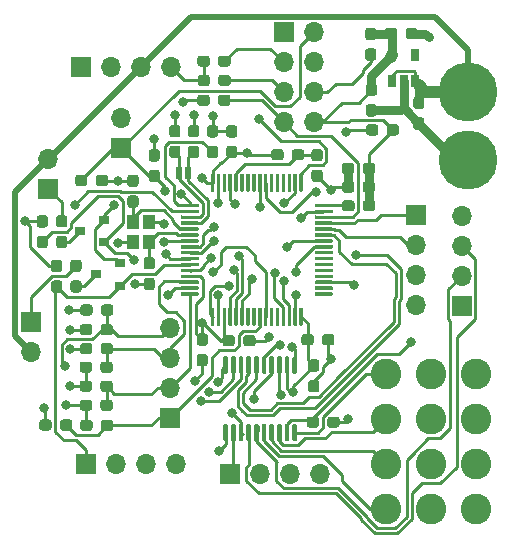
<source format=gtl>
%TF.GenerationSoftware,KiCad,Pcbnew,(5.1.6-0-10_14)*%
%TF.CreationDate,2022-05-06T10:42:22-05:00*%
%TF.ProjectId,small_led_driver,736d616c-6c5f-46c6-9564-5f6472697665,rev?*%
%TF.SameCoordinates,Original*%
%TF.FileFunction,Copper,L1,Top*%
%TF.FilePolarity,Positive*%
%FSLAX46Y46*%
G04 Gerber Fmt 4.6, Leading zero omitted, Abs format (unit mm)*
G04 Created by KiCad (PCBNEW (5.1.6-0-10_14)) date 2022-05-06 10:42:22*
%MOMM*%
%LPD*%
G01*
G04 APERTURE LIST*
%TA.AperFunction,ComponentPad*%
%ADD10R,1.700000X1.700000*%
%TD*%
%TA.AperFunction,ComponentPad*%
%ADD11O,1.700000X1.700000*%
%TD*%
%TA.AperFunction,ComponentPad*%
%ADD12C,2.600000*%
%TD*%
%TA.AperFunction,ComponentPad*%
%ADD13C,5.000000*%
%TD*%
%TA.AperFunction,SMDPad,CuDef*%
%ADD14R,0.900000X0.800000*%
%TD*%
%TA.AperFunction,SMDPad,CuDef*%
%ADD15R,0.650000X1.060000*%
%TD*%
%TA.AperFunction,SMDPad,CuDef*%
%ADD16R,0.575000X1.140000*%
%TD*%
%TA.AperFunction,SMDPad,CuDef*%
%ADD17R,1.000000X1.200000*%
%TD*%
%TA.AperFunction,ViaPad*%
%ADD18C,0.800000*%
%TD*%
%TA.AperFunction,Conductor*%
%ADD19C,0.750000*%
%TD*%
%TA.AperFunction,Conductor*%
%ADD20C,0.250000*%
%TD*%
%TA.AperFunction,Conductor*%
%ADD21C,1.000000*%
%TD*%
%TA.AperFunction,Conductor*%
%ADD22C,0.500000*%
%TD*%
G04 APERTURE END LIST*
%TO.P,C1,2*%
%TO.N,GND1*%
%TA.AperFunction,SMDPad,CuDef*%
G36*
G01*
X95292500Y-101075000D02*
X95767500Y-101075000D01*
G75*
G02*
X96005000Y-101312500I0J-237500D01*
G01*
X96005000Y-101887500D01*
G75*
G02*
X95767500Y-102125000I-237500J0D01*
G01*
X95292500Y-102125000D01*
G75*
G02*
X95055000Y-101887500I0J237500D01*
G01*
X95055000Y-101312500D01*
G75*
G02*
X95292500Y-101075000I237500J0D01*
G01*
G37*
%TD.AperFunction*%
%TO.P,C1,1*%
%TO.N,/OSC48_LO*%
%TA.AperFunction,SMDPad,CuDef*%
G36*
G01*
X95292500Y-99325000D02*
X95767500Y-99325000D01*
G75*
G02*
X96005000Y-99562500I0J-237500D01*
G01*
X96005000Y-100137500D01*
G75*
G02*
X95767500Y-100375000I-237500J0D01*
G01*
X95292500Y-100375000D01*
G75*
G02*
X95055000Y-100137500I0J237500D01*
G01*
X95055000Y-99562500D01*
G75*
G02*
X95292500Y-99325000I237500J0D01*
G01*
G37*
%TD.AperFunction*%
%TD*%
%TO.P,C2,1*%
%TO.N,/OSC48_HI*%
%TA.AperFunction,SMDPad,CuDef*%
G36*
G01*
X94377500Y-95150000D02*
X93902500Y-95150000D01*
G75*
G02*
X93665000Y-94912500I0J237500D01*
G01*
X93665000Y-94337500D01*
G75*
G02*
X93902500Y-94100000I237500J0D01*
G01*
X94377500Y-94100000D01*
G75*
G02*
X94615000Y-94337500I0J-237500D01*
G01*
X94615000Y-94912500D01*
G75*
G02*
X94377500Y-95150000I-237500J0D01*
G01*
G37*
%TD.AperFunction*%
%TO.P,C2,2*%
%TO.N,GND1*%
%TA.AperFunction,SMDPad,CuDef*%
G36*
G01*
X94377500Y-93400000D02*
X93902500Y-93400000D01*
G75*
G02*
X93665000Y-93162500I0J237500D01*
G01*
X93665000Y-92587500D01*
G75*
G02*
X93902500Y-92350000I237500J0D01*
G01*
X94377500Y-92350000D01*
G75*
G02*
X94615000Y-92587500I0J-237500D01*
G01*
X94615000Y-93162500D01*
G75*
G02*
X94377500Y-93400000I-237500J0D01*
G01*
G37*
%TD.AperFunction*%
%TD*%
%TO.P,C3,1*%
%TO.N,Net-(C3-Pad1)*%
%TA.AperFunction,SMDPad,CuDef*%
G36*
G01*
X97927500Y-90935000D02*
X97452500Y-90935000D01*
G75*
G02*
X97215000Y-90697500I0J237500D01*
G01*
X97215000Y-90122500D01*
G75*
G02*
X97452500Y-89885000I237500J0D01*
G01*
X97927500Y-89885000D01*
G75*
G02*
X98165000Y-90122500I0J-237500D01*
G01*
X98165000Y-90697500D01*
G75*
G02*
X97927500Y-90935000I-237500J0D01*
G01*
G37*
%TD.AperFunction*%
%TO.P,C3,2*%
%TO.N,GND1*%
%TA.AperFunction,SMDPad,CuDef*%
G36*
G01*
X97927500Y-89185000D02*
X97452500Y-89185000D01*
G75*
G02*
X97215000Y-88947500I0J237500D01*
G01*
X97215000Y-88372500D01*
G75*
G02*
X97452500Y-88135000I237500J0D01*
G01*
X97927500Y-88135000D01*
G75*
G02*
X98165000Y-88372500I0J-237500D01*
G01*
X98165000Y-88947500D01*
G75*
G02*
X97927500Y-89185000I-237500J0D01*
G01*
G37*
%TD.AperFunction*%
%TD*%
%TO.P,C4,2*%
%TO.N,GND1*%
%TA.AperFunction,SMDPad,CuDef*%
G36*
G01*
X99517500Y-89195000D02*
X99042500Y-89195000D01*
G75*
G02*
X98805000Y-88957500I0J237500D01*
G01*
X98805000Y-88382500D01*
G75*
G02*
X99042500Y-88145000I237500J0D01*
G01*
X99517500Y-88145000D01*
G75*
G02*
X99755000Y-88382500I0J-237500D01*
G01*
X99755000Y-88957500D01*
G75*
G02*
X99517500Y-89195000I-237500J0D01*
G01*
G37*
%TD.AperFunction*%
%TO.P,C4,1*%
%TO.N,Net-(C4-Pad1)*%
%TA.AperFunction,SMDPad,CuDef*%
G36*
G01*
X99517500Y-90945000D02*
X99042500Y-90945000D01*
G75*
G02*
X98805000Y-90707500I0J237500D01*
G01*
X98805000Y-90132500D01*
G75*
G02*
X99042500Y-89895000I237500J0D01*
G01*
X99517500Y-89895000D01*
G75*
G02*
X99755000Y-90132500I0J-237500D01*
G01*
X99755000Y-90707500D01*
G75*
G02*
X99517500Y-90945000I-237500J0D01*
G01*
G37*
%TD.AperFunction*%
%TD*%
%TO.P,C5,1*%
%TO.N,+3V3*%
%TA.AperFunction,SMDPad,CuDef*%
G36*
G01*
X109212500Y-107990000D02*
X109687500Y-107990000D01*
G75*
G02*
X109925000Y-108227500I0J-237500D01*
G01*
X109925000Y-108802500D01*
G75*
G02*
X109687500Y-109040000I-237500J0D01*
G01*
X109212500Y-109040000D01*
G75*
G02*
X108975000Y-108802500I0J237500D01*
G01*
X108975000Y-108227500D01*
G75*
G02*
X109212500Y-107990000I237500J0D01*
G01*
G37*
%TD.AperFunction*%
%TO.P,C5,2*%
%TO.N,GND1*%
%TA.AperFunction,SMDPad,CuDef*%
G36*
G01*
X109212500Y-109740000D02*
X109687500Y-109740000D01*
G75*
G02*
X109925000Y-109977500I0J-237500D01*
G01*
X109925000Y-110552500D01*
G75*
G02*
X109687500Y-110790000I-237500J0D01*
G01*
X109212500Y-110790000D01*
G75*
G02*
X108975000Y-110552500I0J237500D01*
G01*
X108975000Y-109977500D01*
G75*
G02*
X109212500Y-109740000I237500J0D01*
G01*
G37*
%TD.AperFunction*%
%TD*%
%TO.P,C6,1*%
%TO.N,/NRST*%
%TA.AperFunction,SMDPad,CuDef*%
G36*
G01*
X89240000Y-93077500D02*
X89240000Y-92602500D01*
G75*
G02*
X89477500Y-92365000I237500J0D01*
G01*
X90052500Y-92365000D01*
G75*
G02*
X90290000Y-92602500I0J-237500D01*
G01*
X90290000Y-93077500D01*
G75*
G02*
X90052500Y-93315000I-237500J0D01*
G01*
X89477500Y-93315000D01*
G75*
G02*
X89240000Y-93077500I0J237500D01*
G01*
G37*
%TD.AperFunction*%
%TO.P,C6,2*%
%TO.N,GND1*%
%TA.AperFunction,SMDPad,CuDef*%
G36*
G01*
X90990000Y-93077500D02*
X90990000Y-92602500D01*
G75*
G02*
X91227500Y-92365000I237500J0D01*
G01*
X91802500Y-92365000D01*
G75*
G02*
X92040000Y-92602500I0J-237500D01*
G01*
X92040000Y-93077500D01*
G75*
G02*
X91802500Y-93315000I-237500J0D01*
G01*
X91227500Y-93315000D01*
G75*
G02*
X90990000Y-93077500I0J237500D01*
G01*
G37*
%TD.AperFunction*%
%TD*%
%TO.P,C7,2*%
%TO.N,GND1*%
%TA.AperFunction,SMDPad,CuDef*%
G36*
G01*
X110595000Y-113537500D02*
X110595000Y-113062500D01*
G75*
G02*
X110832500Y-112825000I237500J0D01*
G01*
X111407500Y-112825000D01*
G75*
G02*
X111645000Y-113062500I0J-237500D01*
G01*
X111645000Y-113537500D01*
G75*
G02*
X111407500Y-113775000I-237500J0D01*
G01*
X110832500Y-113775000D01*
G75*
G02*
X110595000Y-113537500I0J237500D01*
G01*
G37*
%TD.AperFunction*%
%TO.P,C7,1*%
%TO.N,+5V*%
%TA.AperFunction,SMDPad,CuDef*%
G36*
G01*
X108845000Y-113537500D02*
X108845000Y-113062500D01*
G75*
G02*
X109082500Y-112825000I237500J0D01*
G01*
X109657500Y-112825000D01*
G75*
G02*
X109895000Y-113062500I0J-237500D01*
G01*
X109895000Y-113537500D01*
G75*
G02*
X109657500Y-113775000I-237500J0D01*
G01*
X109082500Y-113775000D01*
G75*
G02*
X108845000Y-113537500I0J237500D01*
G01*
G37*
%TD.AperFunction*%
%TD*%
%TO.P,C8,1*%
%TO.N,+3V3*%
%TA.AperFunction,SMDPad,CuDef*%
G36*
G01*
X101117500Y-90955000D02*
X100642500Y-90955000D01*
G75*
G02*
X100405000Y-90717500I0J237500D01*
G01*
X100405000Y-90142500D01*
G75*
G02*
X100642500Y-89905000I237500J0D01*
G01*
X101117500Y-89905000D01*
G75*
G02*
X101355000Y-90142500I0J-237500D01*
G01*
X101355000Y-90717500D01*
G75*
G02*
X101117500Y-90955000I-237500J0D01*
G01*
G37*
%TD.AperFunction*%
%TO.P,C8,2*%
%TO.N,GND1*%
%TA.AperFunction,SMDPad,CuDef*%
G36*
G01*
X101117500Y-89205000D02*
X100642500Y-89205000D01*
G75*
G02*
X100405000Y-88967500I0J237500D01*
G01*
X100405000Y-88392500D01*
G75*
G02*
X100642500Y-88155000I237500J0D01*
G01*
X101117500Y-88155000D01*
G75*
G02*
X101355000Y-88392500I0J-237500D01*
G01*
X101355000Y-88967500D01*
G75*
G02*
X101117500Y-89205000I-237500J0D01*
G01*
G37*
%TD.AperFunction*%
%TD*%
%TO.P,C9,2*%
%TO.N,GND1*%
%TA.AperFunction,SMDPad,CuDef*%
G36*
G01*
X103475000Y-106637500D02*
X103475000Y-106162500D01*
G75*
G02*
X103712500Y-105925000I237500J0D01*
G01*
X104287500Y-105925000D01*
G75*
G02*
X104525000Y-106162500I0J-237500D01*
G01*
X104525000Y-106637500D01*
G75*
G02*
X104287500Y-106875000I-237500J0D01*
G01*
X103712500Y-106875000D01*
G75*
G02*
X103475000Y-106637500I0J237500D01*
G01*
G37*
%TD.AperFunction*%
%TO.P,C9,1*%
%TO.N,+3V3*%
%TA.AperFunction,SMDPad,CuDef*%
G36*
G01*
X101725000Y-106637500D02*
X101725000Y-106162500D01*
G75*
G02*
X101962500Y-105925000I237500J0D01*
G01*
X102537500Y-105925000D01*
G75*
G02*
X102775000Y-106162500I0J-237500D01*
G01*
X102775000Y-106637500D01*
G75*
G02*
X102537500Y-106875000I-237500J0D01*
G01*
X101962500Y-106875000D01*
G75*
G02*
X101725000Y-106637500I0J237500D01*
G01*
G37*
%TD.AperFunction*%
%TD*%
%TO.P,C10,1*%
%TO.N,+3V3*%
%TA.AperFunction,SMDPad,CuDef*%
G36*
G01*
X108405000Y-106557500D02*
X108405000Y-106082500D01*
G75*
G02*
X108642500Y-105845000I237500J0D01*
G01*
X109217500Y-105845000D01*
G75*
G02*
X109455000Y-106082500I0J-237500D01*
G01*
X109455000Y-106557500D01*
G75*
G02*
X109217500Y-106795000I-237500J0D01*
G01*
X108642500Y-106795000D01*
G75*
G02*
X108405000Y-106557500I0J237500D01*
G01*
G37*
%TD.AperFunction*%
%TO.P,C10,2*%
%TO.N,GND1*%
%TA.AperFunction,SMDPad,CuDef*%
G36*
G01*
X110155000Y-106557500D02*
X110155000Y-106082500D01*
G75*
G02*
X110392500Y-105845000I237500J0D01*
G01*
X110967500Y-105845000D01*
G75*
G02*
X111205000Y-106082500I0J-237500D01*
G01*
X111205000Y-106557500D01*
G75*
G02*
X110967500Y-106795000I-237500J0D01*
G01*
X110392500Y-106795000D01*
G75*
G02*
X110155000Y-106557500I0J237500D01*
G01*
G37*
%TD.AperFunction*%
%TD*%
%TO.P,C11,2*%
%TO.N,GND1*%
%TA.AperFunction,SMDPad,CuDef*%
G36*
G01*
X99772500Y-107535000D02*
X100247500Y-107535000D01*
G75*
G02*
X100485000Y-107772500I0J-237500D01*
G01*
X100485000Y-108347500D01*
G75*
G02*
X100247500Y-108585000I-237500J0D01*
G01*
X99772500Y-108585000D01*
G75*
G02*
X99535000Y-108347500I0J237500D01*
G01*
X99535000Y-107772500D01*
G75*
G02*
X99772500Y-107535000I237500J0D01*
G01*
G37*
%TD.AperFunction*%
%TO.P,C11,1*%
%TO.N,+3V3*%
%TA.AperFunction,SMDPad,CuDef*%
G36*
G01*
X99772500Y-105785000D02*
X100247500Y-105785000D01*
G75*
G02*
X100485000Y-106022500I0J-237500D01*
G01*
X100485000Y-106597500D01*
G75*
G02*
X100247500Y-106835000I-237500J0D01*
G01*
X99772500Y-106835000D01*
G75*
G02*
X99535000Y-106597500I0J237500D01*
G01*
X99535000Y-106022500D01*
G75*
G02*
X99772500Y-105785000I237500J0D01*
G01*
G37*
%TD.AperFunction*%
%TD*%
%TO.P,C12,1*%
%TO.N,+3V3*%
%TA.AperFunction,SMDPad,CuDef*%
G36*
G01*
X102747500Y-90960000D02*
X102272500Y-90960000D01*
G75*
G02*
X102035000Y-90722500I0J237500D01*
G01*
X102035000Y-90147500D01*
G75*
G02*
X102272500Y-89910000I237500J0D01*
G01*
X102747500Y-89910000D01*
G75*
G02*
X102985000Y-90147500I0J-237500D01*
G01*
X102985000Y-90722500D01*
G75*
G02*
X102747500Y-90960000I-237500J0D01*
G01*
G37*
%TD.AperFunction*%
%TO.P,C12,2*%
%TO.N,GND1*%
%TA.AperFunction,SMDPad,CuDef*%
G36*
G01*
X102747500Y-89210000D02*
X102272500Y-89210000D01*
G75*
G02*
X102035000Y-88972500I0J237500D01*
G01*
X102035000Y-88397500D01*
G75*
G02*
X102272500Y-88160000I237500J0D01*
G01*
X102747500Y-88160000D01*
G75*
G02*
X102985000Y-88397500I0J-237500D01*
G01*
X102985000Y-88972500D01*
G75*
G02*
X102747500Y-89210000I-237500J0D01*
G01*
G37*
%TD.AperFunction*%
%TD*%
%TO.P,C13,2*%
%TO.N,GND1*%
%TA.AperFunction,SMDPad,CuDef*%
G36*
G01*
X117220000Y-80637500D02*
X117220000Y-80162500D01*
G75*
G02*
X117457500Y-79925000I237500J0D01*
G01*
X118032500Y-79925000D01*
G75*
G02*
X118270000Y-80162500I0J-237500D01*
G01*
X118270000Y-80637500D01*
G75*
G02*
X118032500Y-80875000I-237500J0D01*
G01*
X117457500Y-80875000D01*
G75*
G02*
X117220000Y-80637500I0J237500D01*
G01*
G37*
%TD.AperFunction*%
%TO.P,C13,1*%
%TO.N,+3V3*%
%TA.AperFunction,SMDPad,CuDef*%
G36*
G01*
X115470000Y-80637500D02*
X115470000Y-80162500D01*
G75*
G02*
X115707500Y-79925000I237500J0D01*
G01*
X116282500Y-79925000D01*
G75*
G02*
X116520000Y-80162500I0J-237500D01*
G01*
X116520000Y-80637500D01*
G75*
G02*
X116282500Y-80875000I-237500J0D01*
G01*
X115707500Y-80875000D01*
G75*
G02*
X115470000Y-80637500I0J237500D01*
G01*
G37*
%TD.AperFunction*%
%TD*%
%TO.P,C14,2*%
%TO.N,GND1*%
%TA.AperFunction,SMDPad,CuDef*%
G36*
G01*
X118112500Y-87495000D02*
X118587500Y-87495000D01*
G75*
G02*
X118825000Y-87732500I0J-237500D01*
G01*
X118825000Y-88307500D01*
G75*
G02*
X118587500Y-88545000I-237500J0D01*
G01*
X118112500Y-88545000D01*
G75*
G02*
X117875000Y-88307500I0J237500D01*
G01*
X117875000Y-87732500D01*
G75*
G02*
X118112500Y-87495000I237500J0D01*
G01*
G37*
%TD.AperFunction*%
%TO.P,C14,1*%
%TO.N,+5V*%
%TA.AperFunction,SMDPad,CuDef*%
G36*
G01*
X118112500Y-85745000D02*
X118587500Y-85745000D01*
G75*
G02*
X118825000Y-85982500I0J-237500D01*
G01*
X118825000Y-86557500D01*
G75*
G02*
X118587500Y-86795000I-237500J0D01*
G01*
X118112500Y-86795000D01*
G75*
G02*
X117875000Y-86557500I0J237500D01*
G01*
X117875000Y-85982500D01*
G75*
G02*
X118112500Y-85745000I237500J0D01*
G01*
G37*
%TD.AperFunction*%
%TD*%
%TO.P,C15,1*%
%TO.N,+3V3*%
%TA.AperFunction,SMDPad,CuDef*%
G36*
G01*
X114640000Y-93162500D02*
X114640000Y-93637500D01*
G75*
G02*
X114402500Y-93875000I-237500J0D01*
G01*
X113827500Y-93875000D01*
G75*
G02*
X113590000Y-93637500I0J237500D01*
G01*
X113590000Y-93162500D01*
G75*
G02*
X113827500Y-92925000I237500J0D01*
G01*
X114402500Y-92925000D01*
G75*
G02*
X114640000Y-93162500I0J-237500D01*
G01*
G37*
%TD.AperFunction*%
%TO.P,C15,2*%
%TO.N,GND1*%
%TA.AperFunction,SMDPad,CuDef*%
G36*
G01*
X112890000Y-93162500D02*
X112890000Y-93637500D01*
G75*
G02*
X112652500Y-93875000I-237500J0D01*
G01*
X112077500Y-93875000D01*
G75*
G02*
X111840000Y-93637500I0J237500D01*
G01*
X111840000Y-93162500D01*
G75*
G02*
X112077500Y-92925000I237500J0D01*
G01*
X112652500Y-92925000D01*
G75*
G02*
X112890000Y-93162500I0J-237500D01*
G01*
G37*
%TD.AperFunction*%
%TD*%
%TO.P,C16,2*%
%TO.N,GND1*%
%TA.AperFunction,SMDPad,CuDef*%
G36*
G01*
X112890000Y-91592500D02*
X112890000Y-92067500D01*
G75*
G02*
X112652500Y-92305000I-237500J0D01*
G01*
X112077500Y-92305000D01*
G75*
G02*
X111840000Y-92067500I0J237500D01*
G01*
X111840000Y-91592500D01*
G75*
G02*
X112077500Y-91355000I237500J0D01*
G01*
X112652500Y-91355000D01*
G75*
G02*
X112890000Y-91592500I0J-237500D01*
G01*
G37*
%TD.AperFunction*%
%TO.P,C16,1*%
%TO.N,+3V3*%
%TA.AperFunction,SMDPad,CuDef*%
G36*
G01*
X114640000Y-91592500D02*
X114640000Y-92067500D01*
G75*
G02*
X114402500Y-92305000I-237500J0D01*
G01*
X113827500Y-92305000D01*
G75*
G02*
X113590000Y-92067500I0J237500D01*
G01*
X113590000Y-91592500D01*
G75*
G02*
X113827500Y-91355000I237500J0D01*
G01*
X114402500Y-91355000D01*
G75*
G02*
X114640000Y-91592500I0J-237500D01*
G01*
G37*
%TD.AperFunction*%
%TD*%
%TO.P,C17,1*%
%TO.N,+3V3*%
%TA.AperFunction,SMDPad,CuDef*%
G36*
G01*
X114102500Y-84630000D02*
X114577500Y-84630000D01*
G75*
G02*
X114815000Y-84867500I0J-237500D01*
G01*
X114815000Y-85442500D01*
G75*
G02*
X114577500Y-85680000I-237500J0D01*
G01*
X114102500Y-85680000D01*
G75*
G02*
X113865000Y-85442500I0J237500D01*
G01*
X113865000Y-84867500D01*
G75*
G02*
X114102500Y-84630000I237500J0D01*
G01*
G37*
%TD.AperFunction*%
%TO.P,C17,2*%
%TO.N,GND1*%
%TA.AperFunction,SMDPad,CuDef*%
G36*
G01*
X114102500Y-86380000D02*
X114577500Y-86380000D01*
G75*
G02*
X114815000Y-86617500I0J-237500D01*
G01*
X114815000Y-87192500D01*
G75*
G02*
X114577500Y-87430000I-237500J0D01*
G01*
X114102500Y-87430000D01*
G75*
G02*
X113865000Y-87192500I0J237500D01*
G01*
X113865000Y-86617500D01*
G75*
G02*
X114102500Y-86380000I237500J0D01*
G01*
G37*
%TD.AperFunction*%
%TD*%
D10*
%TO.P,J1,1*%
%TO.N,/SPI1_MOSI*%
X118110000Y-95770000D03*
D11*
%TO.P,J1,2*%
%TO.N,/SPI1_MISO*%
X118110000Y-98310000D03*
%TO.P,J1,3*%
%TO.N,/SPI1_SCK*%
X118110000Y-100850000D03*
%TO.P,J1,4*%
%TO.N,/SPI1_CSN*%
X118110000Y-103390000D03*
%TD*%
%TO.P,J2,4*%
%TO.N,+5V*%
X121970000Y-95810000D03*
%TO.P,J2,3*%
%TO.N,/USART1_TX_SHIFT*%
X121970000Y-98350000D03*
%TO.P,J2,2*%
%TO.N,/USART1_RX_SHIFT*%
X121970000Y-100890000D03*
D10*
%TO.P,J2,1*%
%TO.N,GND1*%
X121970000Y-103430000D03*
%TD*%
D11*
%TO.P,J3,4*%
%TO.N,/WKUP2*%
X97309280Y-105287704D03*
%TO.P,J3,3*%
%TO.N,/WKUP1*%
X97309280Y-107827704D03*
%TO.P,J3,2*%
%TO.N,/WKUP4*%
X97309280Y-110367704D03*
D10*
%TO.P,J3,1*%
%TO.N,/WKUP3*%
X97309280Y-112907704D03*
%TD*%
D11*
%TO.P,J4,4*%
%TO.N,+3V3*%
X97340000Y-83240000D03*
%TO.P,J4,3*%
%TO.N,+5V*%
X94800000Y-83240000D03*
%TO.P,J4,2*%
%TO.N,GND1*%
X92260000Y-83240000D03*
D10*
%TO.P,J4,1*%
X89720000Y-83240000D03*
%TD*%
D12*
%TO.P,J5,1*%
%TO.N,+5V*%
X123190000Y-113030000D03*
%TD*%
%TO.P,J6,1*%
%TO.N,+5V*%
X123190000Y-109220000D03*
%TD*%
%TO.P,J7,1*%
%TO.N,+5V*%
X123190000Y-116840000D03*
%TD*%
%TO.P,J8,1*%
%TO.N,+5V*%
X123190000Y-120650000D03*
%TD*%
%TO.P,J9,1*%
%TO.N,GND1*%
X119380000Y-113030000D03*
%TD*%
%TO.P,J10,1*%
%TO.N,GND1*%
X119380000Y-109220000D03*
%TD*%
%TO.P,J11,1*%
%TO.N,GND1*%
X119380000Y-120650000D03*
%TD*%
%TO.P,J12,1*%
%TO.N,GND1*%
X119380000Y-116840000D03*
%TD*%
D10*
%TO.P,J13,1*%
%TO.N,/LED_OUT_2*%
X90170000Y-116840000D03*
D11*
%TO.P,J13,2*%
%TO.N,/LED_OUT_1*%
X92710000Y-116840000D03*
%TO.P,J13,3*%
%TO.N,/I2C2_SCL*%
X95250000Y-116840000D03*
%TO.P,J13,4*%
%TO.N,/I2C2_SDA*%
X97790000Y-116840000D03*
%TD*%
D10*
%TO.P,J15,1*%
%TO.N,/GPIO_3_SHIFT*%
X102382351Y-117684631D03*
D11*
%TO.P,J15,2*%
%TO.N,/GPIO_2_SHIFT*%
X104922351Y-117684631D03*
%TO.P,J15,3*%
%TO.N,/GPIO_1*%
X107462351Y-117684631D03*
%TO.P,J15,4*%
%TO.N,/GPIO_0*%
X110002351Y-117684631D03*
%TD*%
D13*
%TO.P,J20,1*%
%TO.N,+5V*%
X122490000Y-85310000D03*
%TD*%
%TO.P,J21,1*%
%TO.N,GND1*%
X122510000Y-91070000D03*
%TD*%
D14*
%TO.P,Q1,3*%
%TO.N,Net-(Q1-Pad3)*%
X89690000Y-97100000D03*
%TO.P,Q1,2*%
%TO.N,GND1*%
X91690000Y-96150000D03*
%TO.P,Q1,1*%
%TO.N,/LED_OUT_1*%
X91690000Y-98050000D03*
%TD*%
%TO.P,Q2,1*%
%TO.N,/LED_OUT_2*%
X93030000Y-101750000D03*
%TO.P,Q2,2*%
%TO.N,GND1*%
X93030000Y-99850000D03*
%TO.P,Q2,3*%
%TO.N,Net-(Q2-Pad3)*%
X91030000Y-100800000D03*
%TD*%
%TO.P,R1,2*%
%TO.N,/BOOT0*%
%TA.AperFunction,SMDPad,CuDef*%
G36*
G01*
X107600000Y-90897500D02*
X107600000Y-90422500D01*
G75*
G02*
X107837500Y-90185000I237500J0D01*
G01*
X108412500Y-90185000D01*
G75*
G02*
X108650000Y-90422500I0J-237500D01*
G01*
X108650000Y-90897500D01*
G75*
G02*
X108412500Y-91135000I-237500J0D01*
G01*
X107837500Y-91135000D01*
G75*
G02*
X107600000Y-90897500I0J237500D01*
G01*
G37*
%TD.AperFunction*%
%TO.P,R1,1*%
%TO.N,+3V3*%
%TA.AperFunction,SMDPad,CuDef*%
G36*
G01*
X105850000Y-90897500D02*
X105850000Y-90422500D01*
G75*
G02*
X106087500Y-90185000I237500J0D01*
G01*
X106662500Y-90185000D01*
G75*
G02*
X106900000Y-90422500I0J-237500D01*
G01*
X106900000Y-90897500D01*
G75*
G02*
X106662500Y-91135000I-237500J0D01*
G01*
X106087500Y-91135000D01*
G75*
G02*
X105850000Y-90897500I0J237500D01*
G01*
G37*
%TD.AperFunction*%
%TD*%
%TO.P,R2,1*%
%TO.N,/BOOT0*%
%TA.AperFunction,SMDPad,CuDef*%
G36*
G01*
X109492500Y-90175000D02*
X109967500Y-90175000D01*
G75*
G02*
X110205000Y-90412500I0J-237500D01*
G01*
X110205000Y-90987500D01*
G75*
G02*
X109967500Y-91225000I-237500J0D01*
G01*
X109492500Y-91225000D01*
G75*
G02*
X109255000Y-90987500I0J237500D01*
G01*
X109255000Y-90412500D01*
G75*
G02*
X109492500Y-90175000I237500J0D01*
G01*
G37*
%TD.AperFunction*%
%TO.P,R2,2*%
%TO.N,GND1*%
%TA.AperFunction,SMDPad,CuDef*%
G36*
G01*
X109492500Y-91925000D02*
X109967500Y-91925000D01*
G75*
G02*
X110205000Y-92162500I0J-237500D01*
G01*
X110205000Y-92737500D01*
G75*
G02*
X109967500Y-92975000I-237500J0D01*
G01*
X109492500Y-92975000D01*
G75*
G02*
X109255000Y-92737500I0J237500D01*
G01*
X109255000Y-92162500D01*
G75*
G02*
X109492500Y-91925000I237500J0D01*
G01*
G37*
%TD.AperFunction*%
%TD*%
%TO.P,R3,1*%
%TO.N,+3V3*%
%TA.AperFunction,SMDPad,CuDef*%
G36*
G01*
X95702500Y-90190000D02*
X96177500Y-90190000D01*
G75*
G02*
X96415000Y-90427500I0J-237500D01*
G01*
X96415000Y-91002500D01*
G75*
G02*
X96177500Y-91240000I-237500J0D01*
G01*
X95702500Y-91240000D01*
G75*
G02*
X95465000Y-91002500I0J237500D01*
G01*
X95465000Y-90427500D01*
G75*
G02*
X95702500Y-90190000I237500J0D01*
G01*
G37*
%TD.AperFunction*%
%TO.P,R3,2*%
%TO.N,/NRST*%
%TA.AperFunction,SMDPad,CuDef*%
G36*
G01*
X95702500Y-91940000D02*
X96177500Y-91940000D01*
G75*
G02*
X96415000Y-92177500I0J-237500D01*
G01*
X96415000Y-92752500D01*
G75*
G02*
X96177500Y-92990000I-237500J0D01*
G01*
X95702500Y-92990000D01*
G75*
G02*
X95465000Y-92752500I0J237500D01*
G01*
X95465000Y-92177500D01*
G75*
G02*
X95702500Y-91940000I237500J0D01*
G01*
G37*
%TD.AperFunction*%
%TD*%
%TO.P,R4,2*%
%TO.N,Net-(R4-Pad2)*%
%TA.AperFunction,SMDPad,CuDef*%
G36*
G01*
X112905000Y-94752500D02*
X112905000Y-95227500D01*
G75*
G02*
X112667500Y-95465000I-237500J0D01*
G01*
X112092500Y-95465000D01*
G75*
G02*
X111855000Y-95227500I0J237500D01*
G01*
X111855000Y-94752500D01*
G75*
G02*
X112092500Y-94515000I237500J0D01*
G01*
X112667500Y-94515000D01*
G75*
G02*
X112905000Y-94752500I0J-237500D01*
G01*
G37*
%TD.AperFunction*%
%TO.P,R4,1*%
%TO.N,+3V3*%
%TA.AperFunction,SMDPad,CuDef*%
G36*
G01*
X114655000Y-94752500D02*
X114655000Y-95227500D01*
G75*
G02*
X114417500Y-95465000I-237500J0D01*
G01*
X113842500Y-95465000D01*
G75*
G02*
X113605000Y-95227500I0J237500D01*
G01*
X113605000Y-94752500D01*
G75*
G02*
X113842500Y-94515000I237500J0D01*
G01*
X114417500Y-94515000D01*
G75*
G02*
X114655000Y-94752500I0J-237500D01*
G01*
G37*
%TD.AperFunction*%
%TD*%
%TO.P,R5,2*%
%TO.N,/SWDIO*%
%TA.AperFunction,SMDPad,CuDef*%
G36*
G01*
X101340000Y-86287500D02*
X101340000Y-85812500D01*
G75*
G02*
X101577500Y-85575000I237500J0D01*
G01*
X102152500Y-85575000D01*
G75*
G02*
X102390000Y-85812500I0J-237500D01*
G01*
X102390000Y-86287500D01*
G75*
G02*
X102152500Y-86525000I-237500J0D01*
G01*
X101577500Y-86525000D01*
G75*
G02*
X101340000Y-86287500I0J237500D01*
G01*
G37*
%TD.AperFunction*%
%TO.P,R5,1*%
%TO.N,+3V3*%
%TA.AperFunction,SMDPad,CuDef*%
G36*
G01*
X99590000Y-86287500D02*
X99590000Y-85812500D01*
G75*
G02*
X99827500Y-85575000I237500J0D01*
G01*
X100402500Y-85575000D01*
G75*
G02*
X100640000Y-85812500I0J-237500D01*
G01*
X100640000Y-86287500D01*
G75*
G02*
X100402500Y-86525000I-237500J0D01*
G01*
X99827500Y-86525000D01*
G75*
G02*
X99590000Y-86287500I0J237500D01*
G01*
G37*
%TD.AperFunction*%
%TD*%
%TO.P,R6,2*%
%TO.N,/WKUP2*%
%TA.AperFunction,SMDPad,CuDef*%
G36*
G01*
X91430000Y-104047500D02*
X91430000Y-103572500D01*
G75*
G02*
X91667500Y-103335000I237500J0D01*
G01*
X92242500Y-103335000D01*
G75*
G02*
X92480000Y-103572500I0J-237500D01*
G01*
X92480000Y-104047500D01*
G75*
G02*
X92242500Y-104285000I-237500J0D01*
G01*
X91667500Y-104285000D01*
G75*
G02*
X91430000Y-104047500I0J237500D01*
G01*
G37*
%TD.AperFunction*%
%TO.P,R6,1*%
%TO.N,+3V3*%
%TA.AperFunction,SMDPad,CuDef*%
G36*
G01*
X89680000Y-104047500D02*
X89680000Y-103572500D01*
G75*
G02*
X89917500Y-103335000I237500J0D01*
G01*
X90492500Y-103335000D01*
G75*
G02*
X90730000Y-103572500I0J-237500D01*
G01*
X90730000Y-104047500D01*
G75*
G02*
X90492500Y-104285000I-237500J0D01*
G01*
X89917500Y-104285000D01*
G75*
G02*
X89680000Y-104047500I0J237500D01*
G01*
G37*
%TD.AperFunction*%
%TD*%
%TO.P,R7,1*%
%TO.N,/WKUP2*%
%TA.AperFunction,SMDPad,CuDef*%
G36*
G01*
X92450000Y-105232500D02*
X92450000Y-105707500D01*
G75*
G02*
X92212500Y-105945000I-237500J0D01*
G01*
X91637500Y-105945000D01*
G75*
G02*
X91400000Y-105707500I0J237500D01*
G01*
X91400000Y-105232500D01*
G75*
G02*
X91637500Y-104995000I237500J0D01*
G01*
X92212500Y-104995000D01*
G75*
G02*
X92450000Y-105232500I0J-237500D01*
G01*
G37*
%TD.AperFunction*%
%TO.P,R7,2*%
%TO.N,GND1*%
%TA.AperFunction,SMDPad,CuDef*%
G36*
G01*
X90700000Y-105232500D02*
X90700000Y-105707500D01*
G75*
G02*
X90462500Y-105945000I-237500J0D01*
G01*
X89887500Y-105945000D01*
G75*
G02*
X89650000Y-105707500I0J237500D01*
G01*
X89650000Y-105232500D01*
G75*
G02*
X89887500Y-104995000I237500J0D01*
G01*
X90462500Y-104995000D01*
G75*
G02*
X90700000Y-105232500I0J-237500D01*
G01*
G37*
%TD.AperFunction*%
%TD*%
%TO.P,R10,2*%
%TO.N,/JTDO*%
%TA.AperFunction,SMDPad,CuDef*%
G36*
G01*
X114915000Y-88322500D02*
X114915000Y-88797500D01*
G75*
G02*
X114677500Y-89035000I-237500J0D01*
G01*
X114102500Y-89035000D01*
G75*
G02*
X113865000Y-88797500I0J237500D01*
G01*
X113865000Y-88322500D01*
G75*
G02*
X114102500Y-88085000I237500J0D01*
G01*
X114677500Y-88085000D01*
G75*
G02*
X114915000Y-88322500I0J-237500D01*
G01*
G37*
%TD.AperFunction*%
%TO.P,R10,1*%
%TO.N,+3V3*%
%TA.AperFunction,SMDPad,CuDef*%
G36*
G01*
X116665000Y-88322500D02*
X116665000Y-88797500D01*
G75*
G02*
X116427500Y-89035000I-237500J0D01*
G01*
X115852500Y-89035000D01*
G75*
G02*
X115615000Y-88797500I0J237500D01*
G01*
X115615000Y-88322500D01*
G75*
G02*
X115852500Y-88085000I237500J0D01*
G01*
X116427500Y-88085000D01*
G75*
G02*
X116665000Y-88322500I0J-237500D01*
G01*
G37*
%TD.AperFunction*%
%TD*%
%TO.P,R11,2*%
%TO.N,/WKUP1*%
%TA.AperFunction,SMDPad,CuDef*%
G36*
G01*
X91410000Y-107317500D02*
X91410000Y-106842500D01*
G75*
G02*
X91647500Y-106605000I237500J0D01*
G01*
X92222500Y-106605000D01*
G75*
G02*
X92460000Y-106842500I0J-237500D01*
G01*
X92460000Y-107317500D01*
G75*
G02*
X92222500Y-107555000I-237500J0D01*
G01*
X91647500Y-107555000D01*
G75*
G02*
X91410000Y-107317500I0J237500D01*
G01*
G37*
%TD.AperFunction*%
%TO.P,R11,1*%
%TO.N,+3V3*%
%TA.AperFunction,SMDPad,CuDef*%
G36*
G01*
X89660000Y-107317500D02*
X89660000Y-106842500D01*
G75*
G02*
X89897500Y-106605000I237500J0D01*
G01*
X90472500Y-106605000D01*
G75*
G02*
X90710000Y-106842500I0J-237500D01*
G01*
X90710000Y-107317500D01*
G75*
G02*
X90472500Y-107555000I-237500J0D01*
G01*
X89897500Y-107555000D01*
G75*
G02*
X89660000Y-107317500I0J237500D01*
G01*
G37*
%TD.AperFunction*%
%TD*%
%TO.P,R12,1*%
%TO.N,/WKUP1*%
%TA.AperFunction,SMDPad,CuDef*%
G36*
G01*
X92430000Y-108412500D02*
X92430000Y-108887500D01*
G75*
G02*
X92192500Y-109125000I-237500J0D01*
G01*
X91617500Y-109125000D01*
G75*
G02*
X91380000Y-108887500I0J237500D01*
G01*
X91380000Y-108412500D01*
G75*
G02*
X91617500Y-108175000I237500J0D01*
G01*
X92192500Y-108175000D01*
G75*
G02*
X92430000Y-108412500I0J-237500D01*
G01*
G37*
%TD.AperFunction*%
%TO.P,R12,2*%
%TO.N,GND1*%
%TA.AperFunction,SMDPad,CuDef*%
G36*
G01*
X90680000Y-108412500D02*
X90680000Y-108887500D01*
G75*
G02*
X90442500Y-109125000I-237500J0D01*
G01*
X89867500Y-109125000D01*
G75*
G02*
X89630000Y-108887500I0J237500D01*
G01*
X89630000Y-108412500D01*
G75*
G02*
X89867500Y-108175000I237500J0D01*
G01*
X90442500Y-108175000D01*
G75*
G02*
X90680000Y-108412500I0J-237500D01*
G01*
G37*
%TD.AperFunction*%
%TD*%
%TO.P,R13,1*%
%TO.N,+3V3*%
%TA.AperFunction,SMDPad,CuDef*%
G36*
G01*
X99605000Y-82977500D02*
X99605000Y-82502500D01*
G75*
G02*
X99842500Y-82265000I237500J0D01*
G01*
X100417500Y-82265000D01*
G75*
G02*
X100655000Y-82502500I0J-237500D01*
G01*
X100655000Y-82977500D01*
G75*
G02*
X100417500Y-83215000I-237500J0D01*
G01*
X99842500Y-83215000D01*
G75*
G02*
X99605000Y-82977500I0J237500D01*
G01*
G37*
%TD.AperFunction*%
%TO.P,R13,2*%
%TO.N,/NJTRST*%
%TA.AperFunction,SMDPad,CuDef*%
G36*
G01*
X101355000Y-82977500D02*
X101355000Y-82502500D01*
G75*
G02*
X101592500Y-82265000I237500J0D01*
G01*
X102167500Y-82265000D01*
G75*
G02*
X102405000Y-82502500I0J-237500D01*
G01*
X102405000Y-82977500D01*
G75*
G02*
X102167500Y-83215000I-237500J0D01*
G01*
X101592500Y-83215000D01*
G75*
G02*
X101355000Y-82977500I0J237500D01*
G01*
G37*
%TD.AperFunction*%
%TD*%
%TO.P,R14,1*%
%TO.N,+3V3*%
%TA.AperFunction,SMDPad,CuDef*%
G36*
G01*
X89640000Y-112107500D02*
X89640000Y-111632500D01*
G75*
G02*
X89877500Y-111395000I237500J0D01*
G01*
X90452500Y-111395000D01*
G75*
G02*
X90690000Y-111632500I0J-237500D01*
G01*
X90690000Y-112107500D01*
G75*
G02*
X90452500Y-112345000I-237500J0D01*
G01*
X89877500Y-112345000D01*
G75*
G02*
X89640000Y-112107500I0J237500D01*
G01*
G37*
%TD.AperFunction*%
%TO.P,R14,2*%
%TO.N,/WKUP4*%
%TA.AperFunction,SMDPad,CuDef*%
G36*
G01*
X91390000Y-112107500D02*
X91390000Y-111632500D01*
G75*
G02*
X91627500Y-111395000I237500J0D01*
G01*
X92202500Y-111395000D01*
G75*
G02*
X92440000Y-111632500I0J-237500D01*
G01*
X92440000Y-112107500D01*
G75*
G02*
X92202500Y-112345000I-237500J0D01*
G01*
X91627500Y-112345000D01*
G75*
G02*
X91390000Y-112107500I0J237500D01*
G01*
G37*
%TD.AperFunction*%
%TD*%
%TO.P,R15,2*%
%TO.N,GND1*%
%TA.AperFunction,SMDPad,CuDef*%
G36*
G01*
X90685000Y-110022500D02*
X90685000Y-110497500D01*
G75*
G02*
X90447500Y-110735000I-237500J0D01*
G01*
X89872500Y-110735000D01*
G75*
G02*
X89635000Y-110497500I0J237500D01*
G01*
X89635000Y-110022500D01*
G75*
G02*
X89872500Y-109785000I237500J0D01*
G01*
X90447500Y-109785000D01*
G75*
G02*
X90685000Y-110022500I0J-237500D01*
G01*
G37*
%TD.AperFunction*%
%TO.P,R15,1*%
%TO.N,/WKUP4*%
%TA.AperFunction,SMDPad,CuDef*%
G36*
G01*
X92435000Y-110022500D02*
X92435000Y-110497500D01*
G75*
G02*
X92197500Y-110735000I-237500J0D01*
G01*
X91622500Y-110735000D01*
G75*
G02*
X91385000Y-110497500I0J237500D01*
G01*
X91385000Y-110022500D01*
G75*
G02*
X91622500Y-109785000I237500J0D01*
G01*
X92197500Y-109785000D01*
G75*
G02*
X92435000Y-110022500I0J-237500D01*
G01*
G37*
%TD.AperFunction*%
%TD*%
%TO.P,R16,2*%
%TO.N,/WKUP3*%
%TA.AperFunction,SMDPad,CuDef*%
G36*
G01*
X91425000Y-113817500D02*
X91425000Y-113342500D01*
G75*
G02*
X91662500Y-113105000I237500J0D01*
G01*
X92237500Y-113105000D01*
G75*
G02*
X92475000Y-113342500I0J-237500D01*
G01*
X92475000Y-113817500D01*
G75*
G02*
X92237500Y-114055000I-237500J0D01*
G01*
X91662500Y-114055000D01*
G75*
G02*
X91425000Y-113817500I0J237500D01*
G01*
G37*
%TD.AperFunction*%
%TO.P,R16,1*%
%TO.N,+3V3*%
%TA.AperFunction,SMDPad,CuDef*%
G36*
G01*
X89675000Y-113817500D02*
X89675000Y-113342500D01*
G75*
G02*
X89912500Y-113105000I237500J0D01*
G01*
X90487500Y-113105000D01*
G75*
G02*
X90725000Y-113342500I0J-237500D01*
G01*
X90725000Y-113817500D01*
G75*
G02*
X90487500Y-114055000I-237500J0D01*
G01*
X89912500Y-114055000D01*
G75*
G02*
X89675000Y-113817500I0J237500D01*
G01*
G37*
%TD.AperFunction*%
%TD*%
%TO.P,R17,1*%
%TO.N,/WKUP3*%
%TA.AperFunction,SMDPad,CuDef*%
G36*
G01*
X89010000Y-113312500D02*
X89010000Y-113787500D01*
G75*
G02*
X88772500Y-114025000I-237500J0D01*
G01*
X88197500Y-114025000D01*
G75*
G02*
X87960000Y-113787500I0J237500D01*
G01*
X87960000Y-113312500D01*
G75*
G02*
X88197500Y-113075000I237500J0D01*
G01*
X88772500Y-113075000D01*
G75*
G02*
X89010000Y-113312500I0J-237500D01*
G01*
G37*
%TD.AperFunction*%
%TO.P,R17,2*%
%TO.N,GND1*%
%TA.AperFunction,SMDPad,CuDef*%
G36*
G01*
X87260000Y-113312500D02*
X87260000Y-113787500D01*
G75*
G02*
X87022500Y-114025000I-237500J0D01*
G01*
X86447500Y-114025000D01*
G75*
G02*
X86210000Y-113787500I0J237500D01*
G01*
X86210000Y-113312500D01*
G75*
G02*
X86447500Y-113075000I237500J0D01*
G01*
X87022500Y-113075000D01*
G75*
G02*
X87260000Y-113312500I0J-237500D01*
G01*
G37*
%TD.AperFunction*%
%TD*%
%TO.P,R18,2*%
%TO.N,GND1*%
%TA.AperFunction,SMDPad,CuDef*%
G36*
G01*
X86707500Y-96830000D02*
X86232500Y-96830000D01*
G75*
G02*
X85995000Y-96592500I0J237500D01*
G01*
X85995000Y-96017500D01*
G75*
G02*
X86232500Y-95780000I237500J0D01*
G01*
X86707500Y-95780000D01*
G75*
G02*
X86945000Y-96017500I0J-237500D01*
G01*
X86945000Y-96592500D01*
G75*
G02*
X86707500Y-96830000I-237500J0D01*
G01*
G37*
%TD.AperFunction*%
%TO.P,R18,1*%
%TO.N,/LED_OUT_1*%
%TA.AperFunction,SMDPad,CuDef*%
G36*
G01*
X86707500Y-98580000D02*
X86232500Y-98580000D01*
G75*
G02*
X85995000Y-98342500I0J237500D01*
G01*
X85995000Y-97767500D01*
G75*
G02*
X86232500Y-97530000I237500J0D01*
G01*
X86707500Y-97530000D01*
G75*
G02*
X86945000Y-97767500I0J-237500D01*
G01*
X86945000Y-98342500D01*
G75*
G02*
X86707500Y-98580000I-237500J0D01*
G01*
G37*
%TD.AperFunction*%
%TD*%
%TO.P,R19,1*%
%TO.N,Net-(J14-Pad1)*%
%TA.AperFunction,SMDPad,CuDef*%
G36*
G01*
X87872500Y-95770000D02*
X88347500Y-95770000D01*
G75*
G02*
X88585000Y-96007500I0J-237500D01*
G01*
X88585000Y-96582500D01*
G75*
G02*
X88347500Y-96820000I-237500J0D01*
G01*
X87872500Y-96820000D01*
G75*
G02*
X87635000Y-96582500I0J237500D01*
G01*
X87635000Y-96007500D01*
G75*
G02*
X87872500Y-95770000I237500J0D01*
G01*
G37*
%TD.AperFunction*%
%TO.P,R19,2*%
%TO.N,Net-(Q1-Pad3)*%
%TA.AperFunction,SMDPad,CuDef*%
G36*
G01*
X87872500Y-97520000D02*
X88347500Y-97520000D01*
G75*
G02*
X88585000Y-97757500I0J-237500D01*
G01*
X88585000Y-98332500D01*
G75*
G02*
X88347500Y-98570000I-237500J0D01*
G01*
X87872500Y-98570000D01*
G75*
G02*
X87635000Y-98332500I0J237500D01*
G01*
X87635000Y-97757500D01*
G75*
G02*
X87872500Y-97520000I237500J0D01*
G01*
G37*
%TD.AperFunction*%
%TD*%
%TO.P,R20,2*%
%TO.N,GND1*%
%TA.AperFunction,SMDPad,CuDef*%
G36*
G01*
X87917500Y-100600000D02*
X87442500Y-100600000D01*
G75*
G02*
X87205000Y-100362500I0J237500D01*
G01*
X87205000Y-99787500D01*
G75*
G02*
X87442500Y-99550000I237500J0D01*
G01*
X87917500Y-99550000D01*
G75*
G02*
X88155000Y-99787500I0J-237500D01*
G01*
X88155000Y-100362500D01*
G75*
G02*
X87917500Y-100600000I-237500J0D01*
G01*
G37*
%TD.AperFunction*%
%TO.P,R20,1*%
%TO.N,/LED_OUT_2*%
%TA.AperFunction,SMDPad,CuDef*%
G36*
G01*
X87917500Y-102350000D02*
X87442500Y-102350000D01*
G75*
G02*
X87205000Y-102112500I0J237500D01*
G01*
X87205000Y-101537500D01*
G75*
G02*
X87442500Y-101300000I237500J0D01*
G01*
X87917500Y-101300000D01*
G75*
G02*
X88155000Y-101537500I0J-237500D01*
G01*
X88155000Y-102112500D01*
G75*
G02*
X87917500Y-102350000I-237500J0D01*
G01*
G37*
%TD.AperFunction*%
%TD*%
%TO.P,R21,1*%
%TO.N,Net-(J16-Pad1)*%
%TA.AperFunction,SMDPad,CuDef*%
G36*
G01*
X89082500Y-99540000D02*
X89557500Y-99540000D01*
G75*
G02*
X89795000Y-99777500I0J-237500D01*
G01*
X89795000Y-100352500D01*
G75*
G02*
X89557500Y-100590000I-237500J0D01*
G01*
X89082500Y-100590000D01*
G75*
G02*
X88845000Y-100352500I0J237500D01*
G01*
X88845000Y-99777500D01*
G75*
G02*
X89082500Y-99540000I237500J0D01*
G01*
G37*
%TD.AperFunction*%
%TO.P,R21,2*%
%TO.N,Net-(Q2-Pad3)*%
%TA.AperFunction,SMDPad,CuDef*%
G36*
G01*
X89082500Y-101290000D02*
X89557500Y-101290000D01*
G75*
G02*
X89795000Y-101527500I0J-237500D01*
G01*
X89795000Y-102102500D01*
G75*
G02*
X89557500Y-102340000I-237500J0D01*
G01*
X89082500Y-102340000D01*
G75*
G02*
X88845000Y-102102500I0J237500D01*
G01*
X88845000Y-101527500D01*
G75*
G02*
X89082500Y-101290000I237500J0D01*
G01*
G37*
%TD.AperFunction*%
%TD*%
D10*
%TO.P,SW1,1*%
%TO.N,/NRST*%
X93130000Y-90120000D03*
D11*
%TO.P,SW1,2*%
%TO.N,GND1*%
X93130000Y-87580000D03*
%TD*%
%TO.P,U1,1*%
%TO.N,/TIM16_CH1*%
%TA.AperFunction,SMDPad,CuDef*%
G36*
G01*
X107747352Y-107734631D02*
X107947352Y-107734631D01*
G75*
G02*
X108047352Y-107834631I0J-100000D01*
G01*
X108047352Y-109109631D01*
G75*
G02*
X107947352Y-109209631I-100000J0D01*
G01*
X107747352Y-109209631D01*
G75*
G02*
X107647352Y-109109631I0J100000D01*
G01*
X107647352Y-107834631D01*
G75*
G02*
X107747352Y-107734631I100000J0D01*
G01*
G37*
%TD.AperFunction*%
%TO.P,U1,2*%
%TO.N,+3V3*%
%TA.AperFunction,SMDPad,CuDef*%
G36*
G01*
X107097352Y-107734631D02*
X107297352Y-107734631D01*
G75*
G02*
X107397352Y-107834631I0J-100000D01*
G01*
X107397352Y-109109631D01*
G75*
G02*
X107297352Y-109209631I-100000J0D01*
G01*
X107097352Y-109209631D01*
G75*
G02*
X106997352Y-109109631I0J100000D01*
G01*
X106997352Y-107834631D01*
G75*
G02*
X107097352Y-107734631I100000J0D01*
G01*
G37*
%TD.AperFunction*%
%TO.P,U1,3*%
%TO.N,/TIM15_CH1*%
%TA.AperFunction,SMDPad,CuDef*%
G36*
G01*
X106447352Y-107734631D02*
X106647352Y-107734631D01*
G75*
G02*
X106747352Y-107834631I0J-100000D01*
G01*
X106747352Y-109109631D01*
G75*
G02*
X106647352Y-109209631I-100000J0D01*
G01*
X106447352Y-109209631D01*
G75*
G02*
X106347352Y-109109631I0J100000D01*
G01*
X106347352Y-107834631D01*
G75*
G02*
X106447352Y-107734631I100000J0D01*
G01*
G37*
%TD.AperFunction*%
%TO.P,U1,4*%
%TO.N,/TIM2_CH2*%
%TA.AperFunction,SMDPad,CuDef*%
G36*
G01*
X105797352Y-107734631D02*
X105997352Y-107734631D01*
G75*
G02*
X106097352Y-107834631I0J-100000D01*
G01*
X106097352Y-109109631D01*
G75*
G02*
X105997352Y-109209631I-100000J0D01*
G01*
X105797352Y-109209631D01*
G75*
G02*
X105697352Y-109109631I0J100000D01*
G01*
X105697352Y-107834631D01*
G75*
G02*
X105797352Y-107734631I100000J0D01*
G01*
G37*
%TD.AperFunction*%
%TO.P,U1,5*%
%TO.N,/TIM1_CH1*%
%TA.AperFunction,SMDPad,CuDef*%
G36*
G01*
X105147352Y-107734631D02*
X105347352Y-107734631D01*
G75*
G02*
X105447352Y-107834631I0J-100000D01*
G01*
X105447352Y-109109631D01*
G75*
G02*
X105347352Y-109209631I-100000J0D01*
G01*
X105147352Y-109209631D01*
G75*
G02*
X105047352Y-109109631I0J100000D01*
G01*
X105047352Y-107834631D01*
G75*
G02*
X105147352Y-107734631I100000J0D01*
G01*
G37*
%TD.AperFunction*%
%TO.P,U1,6*%
%TO.N,/USART1_RX*%
%TA.AperFunction,SMDPad,CuDef*%
G36*
G01*
X104497352Y-107734631D02*
X104697352Y-107734631D01*
G75*
G02*
X104797352Y-107834631I0J-100000D01*
G01*
X104797352Y-109109631D01*
G75*
G02*
X104697352Y-109209631I-100000J0D01*
G01*
X104497352Y-109209631D01*
G75*
G02*
X104397352Y-109109631I0J100000D01*
G01*
X104397352Y-107834631D01*
G75*
G02*
X104497352Y-107734631I100000J0D01*
G01*
G37*
%TD.AperFunction*%
%TO.P,U1,7*%
%TO.N,/USART1_TX*%
%TA.AperFunction,SMDPad,CuDef*%
G36*
G01*
X103847352Y-107734631D02*
X104047352Y-107734631D01*
G75*
G02*
X104147352Y-107834631I0J-100000D01*
G01*
X104147352Y-109109631D01*
G75*
G02*
X104047352Y-109209631I-100000J0D01*
G01*
X103847352Y-109209631D01*
G75*
G02*
X103747352Y-109109631I0J100000D01*
G01*
X103747352Y-107834631D01*
G75*
G02*
X103847352Y-107734631I100000J0D01*
G01*
G37*
%TD.AperFunction*%
%TO.P,U1,8*%
%TO.N,/GPIO_2*%
%TA.AperFunction,SMDPad,CuDef*%
G36*
G01*
X103197352Y-107734631D02*
X103397352Y-107734631D01*
G75*
G02*
X103497352Y-107834631I0J-100000D01*
G01*
X103497352Y-109109631D01*
G75*
G02*
X103397352Y-109209631I-100000J0D01*
G01*
X103197352Y-109209631D01*
G75*
G02*
X103097352Y-109109631I0J100000D01*
G01*
X103097352Y-107834631D01*
G75*
G02*
X103197352Y-107734631I100000J0D01*
G01*
G37*
%TD.AperFunction*%
%TO.P,U1,9*%
%TO.N,/GPIO_3*%
%TA.AperFunction,SMDPad,CuDef*%
G36*
G01*
X102547352Y-107734631D02*
X102747352Y-107734631D01*
G75*
G02*
X102847352Y-107834631I0J-100000D01*
G01*
X102847352Y-109109631D01*
G75*
G02*
X102747352Y-109209631I-100000J0D01*
G01*
X102547352Y-109209631D01*
G75*
G02*
X102447352Y-109109631I0J100000D01*
G01*
X102447352Y-107834631D01*
G75*
G02*
X102547352Y-107734631I100000J0D01*
G01*
G37*
%TD.AperFunction*%
%TO.P,U1,10*%
%TO.N,/LEVEL_SHIFTER_EN*%
%TA.AperFunction,SMDPad,CuDef*%
G36*
G01*
X101897352Y-107734631D02*
X102097352Y-107734631D01*
G75*
G02*
X102197352Y-107834631I0J-100000D01*
G01*
X102197352Y-109109631D01*
G75*
G02*
X102097352Y-109209631I-100000J0D01*
G01*
X101897352Y-109209631D01*
G75*
G02*
X101797352Y-109109631I0J100000D01*
G01*
X101797352Y-107834631D01*
G75*
G02*
X101897352Y-107734631I100000J0D01*
G01*
G37*
%TD.AperFunction*%
%TO.P,U1,11*%
%TO.N,GND1*%
%TA.AperFunction,SMDPad,CuDef*%
G36*
G01*
X101897352Y-113459631D02*
X102097352Y-113459631D01*
G75*
G02*
X102197352Y-113559631I0J-100000D01*
G01*
X102197352Y-114834631D01*
G75*
G02*
X102097352Y-114934631I-100000J0D01*
G01*
X101897352Y-114934631D01*
G75*
G02*
X101797352Y-114834631I0J100000D01*
G01*
X101797352Y-113559631D01*
G75*
G02*
X101897352Y-113459631I100000J0D01*
G01*
G37*
%TD.AperFunction*%
%TO.P,U1,12*%
%TO.N,/GPIO_3_SHIFT*%
%TA.AperFunction,SMDPad,CuDef*%
G36*
G01*
X102547352Y-113459631D02*
X102747352Y-113459631D01*
G75*
G02*
X102847352Y-113559631I0J-100000D01*
G01*
X102847352Y-114834631D01*
G75*
G02*
X102747352Y-114934631I-100000J0D01*
G01*
X102547352Y-114934631D01*
G75*
G02*
X102447352Y-114834631I0J100000D01*
G01*
X102447352Y-113559631D01*
G75*
G02*
X102547352Y-113459631I100000J0D01*
G01*
G37*
%TD.AperFunction*%
%TO.P,U1,13*%
%TO.N,/GPIO_2_SHIFT*%
%TA.AperFunction,SMDPad,CuDef*%
G36*
G01*
X103197352Y-113459631D02*
X103397352Y-113459631D01*
G75*
G02*
X103497352Y-113559631I0J-100000D01*
G01*
X103497352Y-114834631D01*
G75*
G02*
X103397352Y-114934631I-100000J0D01*
G01*
X103197352Y-114934631D01*
G75*
G02*
X103097352Y-114834631I0J100000D01*
G01*
X103097352Y-113559631D01*
G75*
G02*
X103197352Y-113459631I100000J0D01*
G01*
G37*
%TD.AperFunction*%
%TO.P,U1,14*%
%TO.N,/USART1_TX_SHIFT*%
%TA.AperFunction,SMDPad,CuDef*%
G36*
G01*
X103847352Y-113459631D02*
X104047352Y-113459631D01*
G75*
G02*
X104147352Y-113559631I0J-100000D01*
G01*
X104147352Y-114834631D01*
G75*
G02*
X104047352Y-114934631I-100000J0D01*
G01*
X103847352Y-114934631D01*
G75*
G02*
X103747352Y-114834631I0J100000D01*
G01*
X103747352Y-113559631D01*
G75*
G02*
X103847352Y-113459631I100000J0D01*
G01*
G37*
%TD.AperFunction*%
%TO.P,U1,15*%
%TO.N,/USART1_RX_SHIFT*%
%TA.AperFunction,SMDPad,CuDef*%
G36*
G01*
X104497352Y-113459631D02*
X104697352Y-113459631D01*
G75*
G02*
X104797352Y-113559631I0J-100000D01*
G01*
X104797352Y-114834631D01*
G75*
G02*
X104697352Y-114934631I-100000J0D01*
G01*
X104497352Y-114934631D01*
G75*
G02*
X104397352Y-114834631I0J100000D01*
G01*
X104397352Y-113559631D01*
G75*
G02*
X104497352Y-113459631I100000J0D01*
G01*
G37*
%TD.AperFunction*%
%TO.P,U1,16*%
%TO.N,/TIM1_CH1_SHIFT*%
%TA.AperFunction,SMDPad,CuDef*%
G36*
G01*
X105147352Y-113459631D02*
X105347352Y-113459631D01*
G75*
G02*
X105447352Y-113559631I0J-100000D01*
G01*
X105447352Y-114834631D01*
G75*
G02*
X105347352Y-114934631I-100000J0D01*
G01*
X105147352Y-114934631D01*
G75*
G02*
X105047352Y-114834631I0J100000D01*
G01*
X105047352Y-113559631D01*
G75*
G02*
X105147352Y-113459631I100000J0D01*
G01*
G37*
%TD.AperFunction*%
%TO.P,U1,17*%
%TO.N,/TIM2_CH2_SHIFT*%
%TA.AperFunction,SMDPad,CuDef*%
G36*
G01*
X105797352Y-113459631D02*
X105997352Y-113459631D01*
G75*
G02*
X106097352Y-113559631I0J-100000D01*
G01*
X106097352Y-114834631D01*
G75*
G02*
X105997352Y-114934631I-100000J0D01*
G01*
X105797352Y-114934631D01*
G75*
G02*
X105697352Y-114834631I0J100000D01*
G01*
X105697352Y-113559631D01*
G75*
G02*
X105797352Y-113459631I100000J0D01*
G01*
G37*
%TD.AperFunction*%
%TO.P,U1,18*%
%TO.N,/TIM15_CH1_SHIFT*%
%TA.AperFunction,SMDPad,CuDef*%
G36*
G01*
X106447352Y-113459631D02*
X106647352Y-113459631D01*
G75*
G02*
X106747352Y-113559631I0J-100000D01*
G01*
X106747352Y-114834631D01*
G75*
G02*
X106647352Y-114934631I-100000J0D01*
G01*
X106447352Y-114934631D01*
G75*
G02*
X106347352Y-114834631I0J100000D01*
G01*
X106347352Y-113559631D01*
G75*
G02*
X106447352Y-113459631I100000J0D01*
G01*
G37*
%TD.AperFunction*%
%TO.P,U1,19*%
%TO.N,+5V*%
%TA.AperFunction,SMDPad,CuDef*%
G36*
G01*
X107097352Y-113459631D02*
X107297352Y-113459631D01*
G75*
G02*
X107397352Y-113559631I0J-100000D01*
G01*
X107397352Y-114834631D01*
G75*
G02*
X107297352Y-114934631I-100000J0D01*
G01*
X107097352Y-114934631D01*
G75*
G02*
X106997352Y-114834631I0J100000D01*
G01*
X106997352Y-113559631D01*
G75*
G02*
X107097352Y-113459631I100000J0D01*
G01*
G37*
%TD.AperFunction*%
%TO.P,U1,20*%
%TO.N,/TIM16_CH1_SHIFT*%
%TA.AperFunction,SMDPad,CuDef*%
G36*
G01*
X107747352Y-113459631D02*
X107947352Y-113459631D01*
G75*
G02*
X108047352Y-113559631I0J-100000D01*
G01*
X108047352Y-114834631D01*
G75*
G02*
X107947352Y-114934631I-100000J0D01*
G01*
X107747352Y-114934631D01*
G75*
G02*
X107647352Y-114834631I0J100000D01*
G01*
X107647352Y-113559631D01*
G75*
G02*
X107747352Y-113459631I100000J0D01*
G01*
G37*
%TD.AperFunction*%
%TD*%
%TO.P,U2,1*%
%TO.N,+3V3*%
%TA.AperFunction,SMDPad,CuDef*%
G36*
G01*
X98180000Y-95030000D02*
X98180000Y-94880000D01*
G75*
G02*
X98255000Y-94805000I75000J0D01*
G01*
X99655000Y-94805000D01*
G75*
G02*
X99730000Y-94880000I0J-75000D01*
G01*
X99730000Y-95030000D01*
G75*
G02*
X99655000Y-95105000I-75000J0D01*
G01*
X98255000Y-95105000D01*
G75*
G02*
X98180000Y-95030000I0J75000D01*
G01*
G37*
%TD.AperFunction*%
%TO.P,U2,2*%
%TO.N,/WKUP2*%
%TA.AperFunction,SMDPad,CuDef*%
G36*
G01*
X98180000Y-95530000D02*
X98180000Y-95380000D01*
G75*
G02*
X98255000Y-95305000I75000J0D01*
G01*
X99655000Y-95305000D01*
G75*
G02*
X99730000Y-95380000I0J-75000D01*
G01*
X99730000Y-95530000D01*
G75*
G02*
X99655000Y-95605000I-75000J0D01*
G01*
X98255000Y-95605000D01*
G75*
G02*
X98180000Y-95530000I0J75000D01*
G01*
G37*
%TD.AperFunction*%
%TO.P,U2,3*%
%TO.N,Net-(C3-Pad1)*%
%TA.AperFunction,SMDPad,CuDef*%
G36*
G01*
X98180000Y-96030000D02*
X98180000Y-95880000D01*
G75*
G02*
X98255000Y-95805000I75000J0D01*
G01*
X99655000Y-95805000D01*
G75*
G02*
X99730000Y-95880000I0J-75000D01*
G01*
X99730000Y-96030000D01*
G75*
G02*
X99655000Y-96105000I-75000J0D01*
G01*
X98255000Y-96105000D01*
G75*
G02*
X98180000Y-96030000I0J75000D01*
G01*
G37*
%TD.AperFunction*%
%TO.P,U2,4*%
%TO.N,Net-(C4-Pad1)*%
%TA.AperFunction,SMDPad,CuDef*%
G36*
G01*
X98180000Y-96530000D02*
X98180000Y-96380000D01*
G75*
G02*
X98255000Y-96305000I75000J0D01*
G01*
X99655000Y-96305000D01*
G75*
G02*
X99730000Y-96380000I0J-75000D01*
G01*
X99730000Y-96530000D01*
G75*
G02*
X99655000Y-96605000I-75000J0D01*
G01*
X98255000Y-96605000D01*
G75*
G02*
X98180000Y-96530000I0J75000D01*
G01*
G37*
%TD.AperFunction*%
%TO.P,U2,5*%
%TO.N,/OSC48_HI*%
%TA.AperFunction,SMDPad,CuDef*%
G36*
G01*
X98180000Y-97030000D02*
X98180000Y-96880000D01*
G75*
G02*
X98255000Y-96805000I75000J0D01*
G01*
X99655000Y-96805000D01*
G75*
G02*
X99730000Y-96880000I0J-75000D01*
G01*
X99730000Y-97030000D01*
G75*
G02*
X99655000Y-97105000I-75000J0D01*
G01*
X98255000Y-97105000D01*
G75*
G02*
X98180000Y-97030000I0J75000D01*
G01*
G37*
%TD.AperFunction*%
%TO.P,U2,6*%
%TO.N,/OSC48_LO*%
%TA.AperFunction,SMDPad,CuDef*%
G36*
G01*
X98180000Y-97530000D02*
X98180000Y-97380000D01*
G75*
G02*
X98255000Y-97305000I75000J0D01*
G01*
X99655000Y-97305000D01*
G75*
G02*
X99730000Y-97380000I0J-75000D01*
G01*
X99730000Y-97530000D01*
G75*
G02*
X99655000Y-97605000I-75000J0D01*
G01*
X98255000Y-97605000D01*
G75*
G02*
X98180000Y-97530000I0J75000D01*
G01*
G37*
%TD.AperFunction*%
%TO.P,U2,7*%
%TO.N,/NRST*%
%TA.AperFunction,SMDPad,CuDef*%
G36*
G01*
X98180000Y-98030000D02*
X98180000Y-97880000D01*
G75*
G02*
X98255000Y-97805000I75000J0D01*
G01*
X99655000Y-97805000D01*
G75*
G02*
X99730000Y-97880000I0J-75000D01*
G01*
X99730000Y-98030000D01*
G75*
G02*
X99655000Y-98105000I-75000J0D01*
G01*
X98255000Y-98105000D01*
G75*
G02*
X98180000Y-98030000I0J75000D01*
G01*
G37*
%TD.AperFunction*%
%TO.P,U2,8*%
%TO.N,/GPIO_2*%
%TA.AperFunction,SMDPad,CuDef*%
G36*
G01*
X98180000Y-98530000D02*
X98180000Y-98380000D01*
G75*
G02*
X98255000Y-98305000I75000J0D01*
G01*
X99655000Y-98305000D01*
G75*
G02*
X99730000Y-98380000I0J-75000D01*
G01*
X99730000Y-98530000D01*
G75*
G02*
X99655000Y-98605000I-75000J0D01*
G01*
X98255000Y-98605000D01*
G75*
G02*
X98180000Y-98530000I0J75000D01*
G01*
G37*
%TD.AperFunction*%
%TO.P,U2,9*%
%TO.N,/GPIO_3*%
%TA.AperFunction,SMDPad,CuDef*%
G36*
G01*
X98180000Y-99030000D02*
X98180000Y-98880000D01*
G75*
G02*
X98255000Y-98805000I75000J0D01*
G01*
X99655000Y-98805000D01*
G75*
G02*
X99730000Y-98880000I0J-75000D01*
G01*
X99730000Y-99030000D01*
G75*
G02*
X99655000Y-99105000I-75000J0D01*
G01*
X98255000Y-99105000D01*
G75*
G02*
X98180000Y-99030000I0J75000D01*
G01*
G37*
%TD.AperFunction*%
%TO.P,U2,10*%
%TO.N,/LED_OUT_1*%
%TA.AperFunction,SMDPad,CuDef*%
G36*
G01*
X98180000Y-99530000D02*
X98180000Y-99380000D01*
G75*
G02*
X98255000Y-99305000I75000J0D01*
G01*
X99655000Y-99305000D01*
G75*
G02*
X99730000Y-99380000I0J-75000D01*
G01*
X99730000Y-99530000D01*
G75*
G02*
X99655000Y-99605000I-75000J0D01*
G01*
X98255000Y-99605000D01*
G75*
G02*
X98180000Y-99530000I0J75000D01*
G01*
G37*
%TD.AperFunction*%
%TO.P,U2,11*%
%TO.N,/LED_OUT_2*%
%TA.AperFunction,SMDPad,CuDef*%
G36*
G01*
X98180000Y-100030000D02*
X98180000Y-99880000D01*
G75*
G02*
X98255000Y-99805000I75000J0D01*
G01*
X99655000Y-99805000D01*
G75*
G02*
X99730000Y-99880000I0J-75000D01*
G01*
X99730000Y-100030000D01*
G75*
G02*
X99655000Y-100105000I-75000J0D01*
G01*
X98255000Y-100105000D01*
G75*
G02*
X98180000Y-100030000I0J75000D01*
G01*
G37*
%TD.AperFunction*%
%TO.P,U2,12*%
%TO.N,GND1*%
%TA.AperFunction,SMDPad,CuDef*%
G36*
G01*
X98180000Y-100530000D02*
X98180000Y-100380000D01*
G75*
G02*
X98255000Y-100305000I75000J0D01*
G01*
X99655000Y-100305000D01*
G75*
G02*
X99730000Y-100380000I0J-75000D01*
G01*
X99730000Y-100530000D01*
G75*
G02*
X99655000Y-100605000I-75000J0D01*
G01*
X98255000Y-100605000D01*
G75*
G02*
X98180000Y-100530000I0J75000D01*
G01*
G37*
%TD.AperFunction*%
%TO.P,U2,13*%
%TO.N,+3V3*%
%TA.AperFunction,SMDPad,CuDef*%
G36*
G01*
X98180000Y-101030000D02*
X98180000Y-100880000D01*
G75*
G02*
X98255000Y-100805000I75000J0D01*
G01*
X99655000Y-100805000D01*
G75*
G02*
X99730000Y-100880000I0J-75000D01*
G01*
X99730000Y-101030000D01*
G75*
G02*
X99655000Y-101105000I-75000J0D01*
G01*
X98255000Y-101105000D01*
G75*
G02*
X98180000Y-101030000I0J75000D01*
G01*
G37*
%TD.AperFunction*%
%TO.P,U2,14*%
%TO.N,/WKUP1*%
%TA.AperFunction,SMDPad,CuDef*%
G36*
G01*
X98180000Y-101530000D02*
X98180000Y-101380000D01*
G75*
G02*
X98255000Y-101305000I75000J0D01*
G01*
X99655000Y-101305000D01*
G75*
G02*
X99730000Y-101380000I0J-75000D01*
G01*
X99730000Y-101530000D01*
G75*
G02*
X99655000Y-101605000I-75000J0D01*
G01*
X98255000Y-101605000D01*
G75*
G02*
X98180000Y-101530000I0J75000D01*
G01*
G37*
%TD.AperFunction*%
%TO.P,U2,15*%
%TO.N,/TIM2_CH2*%
%TA.AperFunction,SMDPad,CuDef*%
G36*
G01*
X98180000Y-102030000D02*
X98180000Y-101880000D01*
G75*
G02*
X98255000Y-101805000I75000J0D01*
G01*
X99655000Y-101805000D01*
G75*
G02*
X99730000Y-101880000I0J-75000D01*
G01*
X99730000Y-102030000D01*
G75*
G02*
X99655000Y-102105000I-75000J0D01*
G01*
X98255000Y-102105000D01*
G75*
G02*
X98180000Y-102030000I0J75000D01*
G01*
G37*
%TD.AperFunction*%
%TO.P,U2,16*%
%TO.N,/WKUP4*%
%TA.AperFunction,SMDPad,CuDef*%
G36*
G01*
X98180000Y-102530000D02*
X98180000Y-102380000D01*
G75*
G02*
X98255000Y-102305000I75000J0D01*
G01*
X99655000Y-102305000D01*
G75*
G02*
X99730000Y-102380000I0J-75000D01*
G01*
X99730000Y-102530000D01*
G75*
G02*
X99655000Y-102605000I-75000J0D01*
G01*
X98255000Y-102605000D01*
G75*
G02*
X98180000Y-102530000I0J75000D01*
G01*
G37*
%TD.AperFunction*%
%TO.P,U2,17*%
%TO.N,/TIM15_CH1*%
%TA.AperFunction,SMDPad,CuDef*%
G36*
G01*
X100730000Y-105080000D02*
X100730000Y-103680000D01*
G75*
G02*
X100805000Y-103605000I75000J0D01*
G01*
X100955000Y-103605000D01*
G75*
G02*
X101030000Y-103680000I0J-75000D01*
G01*
X101030000Y-105080000D01*
G75*
G02*
X100955000Y-105155000I-75000J0D01*
G01*
X100805000Y-105155000D01*
G75*
G02*
X100730000Y-105080000I0J75000D01*
G01*
G37*
%TD.AperFunction*%
%TO.P,U2,18*%
%TO.N,GND1*%
%TA.AperFunction,SMDPad,CuDef*%
G36*
G01*
X101230000Y-105080000D02*
X101230000Y-103680000D01*
G75*
G02*
X101305000Y-103605000I75000J0D01*
G01*
X101455000Y-103605000D01*
G75*
G02*
X101530000Y-103680000I0J-75000D01*
G01*
X101530000Y-105080000D01*
G75*
G02*
X101455000Y-105155000I-75000J0D01*
G01*
X101305000Y-105155000D01*
G75*
G02*
X101230000Y-105080000I0J75000D01*
G01*
G37*
%TD.AperFunction*%
%TO.P,U2,19*%
%TO.N,+3V3*%
%TA.AperFunction,SMDPad,CuDef*%
G36*
G01*
X101730000Y-105080000D02*
X101730000Y-103680000D01*
G75*
G02*
X101805000Y-103605000I75000J0D01*
G01*
X101955000Y-103605000D01*
G75*
G02*
X102030000Y-103680000I0J-75000D01*
G01*
X102030000Y-105080000D01*
G75*
G02*
X101955000Y-105155000I-75000J0D01*
G01*
X101805000Y-105155000D01*
G75*
G02*
X101730000Y-105080000I0J75000D01*
G01*
G37*
%TD.AperFunction*%
%TO.P,U2,20*%
%TO.N,/SPI1_CSN*%
%TA.AperFunction,SMDPad,CuDef*%
G36*
G01*
X102230000Y-105080000D02*
X102230000Y-103680000D01*
G75*
G02*
X102305000Y-103605000I75000J0D01*
G01*
X102455000Y-103605000D01*
G75*
G02*
X102530000Y-103680000I0J-75000D01*
G01*
X102530000Y-105080000D01*
G75*
G02*
X102455000Y-105155000I-75000J0D01*
G01*
X102305000Y-105155000D01*
G75*
G02*
X102230000Y-105080000I0J75000D01*
G01*
G37*
%TD.AperFunction*%
%TO.P,U2,21*%
%TO.N,/SPI1_SCK*%
%TA.AperFunction,SMDPad,CuDef*%
G36*
G01*
X102730000Y-105080000D02*
X102730000Y-103680000D01*
G75*
G02*
X102805000Y-103605000I75000J0D01*
G01*
X102955000Y-103605000D01*
G75*
G02*
X103030000Y-103680000I0J-75000D01*
G01*
X103030000Y-105080000D01*
G75*
G02*
X102955000Y-105155000I-75000J0D01*
G01*
X102805000Y-105155000D01*
G75*
G02*
X102730000Y-105080000I0J75000D01*
G01*
G37*
%TD.AperFunction*%
%TO.P,U2,22*%
%TO.N,/TIM16_CH1*%
%TA.AperFunction,SMDPad,CuDef*%
G36*
G01*
X103230000Y-105080000D02*
X103230000Y-103680000D01*
G75*
G02*
X103305000Y-103605000I75000J0D01*
G01*
X103455000Y-103605000D01*
G75*
G02*
X103530000Y-103680000I0J-75000D01*
G01*
X103530000Y-105080000D01*
G75*
G02*
X103455000Y-105155000I-75000J0D01*
G01*
X103305000Y-105155000D01*
G75*
G02*
X103230000Y-105080000I0J75000D01*
G01*
G37*
%TD.AperFunction*%
%TO.P,U2,23*%
%TO.N,Net-(U2-Pad23)*%
%TA.AperFunction,SMDPad,CuDef*%
G36*
G01*
X103730000Y-105080000D02*
X103730000Y-103680000D01*
G75*
G02*
X103805000Y-103605000I75000J0D01*
G01*
X103955000Y-103605000D01*
G75*
G02*
X104030000Y-103680000I0J-75000D01*
G01*
X104030000Y-105080000D01*
G75*
G02*
X103955000Y-105155000I-75000J0D01*
G01*
X103805000Y-105155000D01*
G75*
G02*
X103730000Y-105080000I0J75000D01*
G01*
G37*
%TD.AperFunction*%
%TO.P,U2,24*%
%TO.N,Net-(U2-Pad24)*%
%TA.AperFunction,SMDPad,CuDef*%
G36*
G01*
X104230000Y-105080000D02*
X104230000Y-103680000D01*
G75*
G02*
X104305000Y-103605000I75000J0D01*
G01*
X104455000Y-103605000D01*
G75*
G02*
X104530000Y-103680000I0J-75000D01*
G01*
X104530000Y-105080000D01*
G75*
G02*
X104455000Y-105155000I-75000J0D01*
G01*
X104305000Y-105155000D01*
G75*
G02*
X104230000Y-105080000I0J75000D01*
G01*
G37*
%TD.AperFunction*%
%TO.P,U2,25*%
%TO.N,/WKUP3*%
%TA.AperFunction,SMDPad,CuDef*%
G36*
G01*
X104730000Y-105080000D02*
X104730000Y-103680000D01*
G75*
G02*
X104805000Y-103605000I75000J0D01*
G01*
X104955000Y-103605000D01*
G75*
G02*
X105030000Y-103680000I0J-75000D01*
G01*
X105030000Y-105080000D01*
G75*
G02*
X104955000Y-105155000I-75000J0D01*
G01*
X104805000Y-105155000D01*
G75*
G02*
X104730000Y-105080000I0J75000D01*
G01*
G37*
%TD.AperFunction*%
%TO.P,U2,26*%
%TO.N,/LEVEL_SHIFTER_EN*%
%TA.AperFunction,SMDPad,CuDef*%
G36*
G01*
X105230000Y-105080000D02*
X105230000Y-103680000D01*
G75*
G02*
X105305000Y-103605000I75000J0D01*
G01*
X105455000Y-103605000D01*
G75*
G02*
X105530000Y-103680000I0J-75000D01*
G01*
X105530000Y-105080000D01*
G75*
G02*
X105455000Y-105155000I-75000J0D01*
G01*
X105305000Y-105155000D01*
G75*
G02*
X105230000Y-105080000I0J75000D01*
G01*
G37*
%TD.AperFunction*%
%TO.P,U2,27*%
%TO.N,Net-(U2-Pad27)*%
%TA.AperFunction,SMDPad,CuDef*%
G36*
G01*
X105730000Y-105080000D02*
X105730000Y-103680000D01*
G75*
G02*
X105805000Y-103605000I75000J0D01*
G01*
X105955000Y-103605000D01*
G75*
G02*
X106030000Y-103680000I0J-75000D01*
G01*
X106030000Y-105080000D01*
G75*
G02*
X105955000Y-105155000I-75000J0D01*
G01*
X105805000Y-105155000D01*
G75*
G02*
X105730000Y-105080000I0J75000D01*
G01*
G37*
%TD.AperFunction*%
%TO.P,U2,28*%
%TO.N,Net-(U2-Pad28)*%
%TA.AperFunction,SMDPad,CuDef*%
G36*
G01*
X106230000Y-105080000D02*
X106230000Y-103680000D01*
G75*
G02*
X106305000Y-103605000I75000J0D01*
G01*
X106455000Y-103605000D01*
G75*
G02*
X106530000Y-103680000I0J-75000D01*
G01*
X106530000Y-105080000D01*
G75*
G02*
X106455000Y-105155000I-75000J0D01*
G01*
X106305000Y-105155000D01*
G75*
G02*
X106230000Y-105080000I0J75000D01*
G01*
G37*
%TD.AperFunction*%
%TO.P,U2,29*%
%TO.N,/I2C2_SCL*%
%TA.AperFunction,SMDPad,CuDef*%
G36*
G01*
X106730000Y-105080000D02*
X106730000Y-103680000D01*
G75*
G02*
X106805000Y-103605000I75000J0D01*
G01*
X106955000Y-103605000D01*
G75*
G02*
X107030000Y-103680000I0J-75000D01*
G01*
X107030000Y-105080000D01*
G75*
G02*
X106955000Y-105155000I-75000J0D01*
G01*
X106805000Y-105155000D01*
G75*
G02*
X106730000Y-105080000I0J75000D01*
G01*
G37*
%TD.AperFunction*%
%TO.P,U2,30*%
%TO.N,/I2C2_SDA*%
%TA.AperFunction,SMDPad,CuDef*%
G36*
G01*
X107230000Y-105080000D02*
X107230000Y-103680000D01*
G75*
G02*
X107305000Y-103605000I75000J0D01*
G01*
X107455000Y-103605000D01*
G75*
G02*
X107530000Y-103680000I0J-75000D01*
G01*
X107530000Y-105080000D01*
G75*
G02*
X107455000Y-105155000I-75000J0D01*
G01*
X107305000Y-105155000D01*
G75*
G02*
X107230000Y-105080000I0J75000D01*
G01*
G37*
%TD.AperFunction*%
%TO.P,U2,31*%
%TO.N,GND1*%
%TA.AperFunction,SMDPad,CuDef*%
G36*
G01*
X107730000Y-105080000D02*
X107730000Y-103680000D01*
G75*
G02*
X107805000Y-103605000I75000J0D01*
G01*
X107955000Y-103605000D01*
G75*
G02*
X108030000Y-103680000I0J-75000D01*
G01*
X108030000Y-105080000D01*
G75*
G02*
X107955000Y-105155000I-75000J0D01*
G01*
X107805000Y-105155000D01*
G75*
G02*
X107730000Y-105080000I0J75000D01*
G01*
G37*
%TD.AperFunction*%
%TO.P,U2,32*%
%TO.N,+3V3*%
%TA.AperFunction,SMDPad,CuDef*%
G36*
G01*
X108230000Y-105080000D02*
X108230000Y-103680000D01*
G75*
G02*
X108305000Y-103605000I75000J0D01*
G01*
X108455000Y-103605000D01*
G75*
G02*
X108530000Y-103680000I0J-75000D01*
G01*
X108530000Y-105080000D01*
G75*
G02*
X108455000Y-105155000I-75000J0D01*
G01*
X108305000Y-105155000D01*
G75*
G02*
X108230000Y-105080000I0J75000D01*
G01*
G37*
%TD.AperFunction*%
%TO.P,U2,33*%
%TO.N,Net-(U2-Pad33)*%
%TA.AperFunction,SMDPad,CuDef*%
G36*
G01*
X109530000Y-102530000D02*
X109530000Y-102380000D01*
G75*
G02*
X109605000Y-102305000I75000J0D01*
G01*
X111005000Y-102305000D01*
G75*
G02*
X111080000Y-102380000I0J-75000D01*
G01*
X111080000Y-102530000D01*
G75*
G02*
X111005000Y-102605000I-75000J0D01*
G01*
X109605000Y-102605000D01*
G75*
G02*
X109530000Y-102530000I0J75000D01*
G01*
G37*
%TD.AperFunction*%
%TO.P,U2,34*%
%TO.N,Net-(U2-Pad34)*%
%TA.AperFunction,SMDPad,CuDef*%
G36*
G01*
X109530000Y-102030000D02*
X109530000Y-101880000D01*
G75*
G02*
X109605000Y-101805000I75000J0D01*
G01*
X111005000Y-101805000D01*
G75*
G02*
X111080000Y-101880000I0J-75000D01*
G01*
X111080000Y-102030000D01*
G75*
G02*
X111005000Y-102105000I-75000J0D01*
G01*
X109605000Y-102105000D01*
G75*
G02*
X109530000Y-102030000I0J75000D01*
G01*
G37*
%TD.AperFunction*%
%TO.P,U2,35*%
%TO.N,/GPIO_1*%
%TA.AperFunction,SMDPad,CuDef*%
G36*
G01*
X109530000Y-101530000D02*
X109530000Y-101380000D01*
G75*
G02*
X109605000Y-101305000I75000J0D01*
G01*
X111005000Y-101305000D01*
G75*
G02*
X111080000Y-101380000I0J-75000D01*
G01*
X111080000Y-101530000D01*
G75*
G02*
X111005000Y-101605000I-75000J0D01*
G01*
X109605000Y-101605000D01*
G75*
G02*
X109530000Y-101530000I0J75000D01*
G01*
G37*
%TD.AperFunction*%
%TO.P,U2,36*%
%TO.N,Net-(U2-Pad36)*%
%TA.AperFunction,SMDPad,CuDef*%
G36*
G01*
X109530000Y-101030000D02*
X109530000Y-100880000D01*
G75*
G02*
X109605000Y-100805000I75000J0D01*
G01*
X111005000Y-100805000D01*
G75*
G02*
X111080000Y-100880000I0J-75000D01*
G01*
X111080000Y-101030000D01*
G75*
G02*
X111005000Y-101105000I-75000J0D01*
G01*
X109605000Y-101105000D01*
G75*
G02*
X109530000Y-101030000I0J75000D01*
G01*
G37*
%TD.AperFunction*%
%TO.P,U2,37*%
%TO.N,Net-(U2-Pad37)*%
%TA.AperFunction,SMDPad,CuDef*%
G36*
G01*
X109530000Y-100530000D02*
X109530000Y-100380000D01*
G75*
G02*
X109605000Y-100305000I75000J0D01*
G01*
X111005000Y-100305000D01*
G75*
G02*
X111080000Y-100380000I0J-75000D01*
G01*
X111080000Y-100530000D01*
G75*
G02*
X111005000Y-100605000I-75000J0D01*
G01*
X109605000Y-100605000D01*
G75*
G02*
X109530000Y-100530000I0J75000D01*
G01*
G37*
%TD.AperFunction*%
%TO.P,U2,38*%
%TO.N,Net-(U2-Pad38)*%
%TA.AperFunction,SMDPad,CuDef*%
G36*
G01*
X109530000Y-100030000D02*
X109530000Y-99880000D01*
G75*
G02*
X109605000Y-99805000I75000J0D01*
G01*
X111005000Y-99805000D01*
G75*
G02*
X111080000Y-99880000I0J-75000D01*
G01*
X111080000Y-100030000D01*
G75*
G02*
X111005000Y-100105000I-75000J0D01*
G01*
X109605000Y-100105000D01*
G75*
G02*
X109530000Y-100030000I0J75000D01*
G01*
G37*
%TD.AperFunction*%
%TO.P,U2,39*%
%TO.N,Net-(U2-Pad39)*%
%TA.AperFunction,SMDPad,CuDef*%
G36*
G01*
X109530000Y-99530000D02*
X109530000Y-99380000D01*
G75*
G02*
X109605000Y-99305000I75000J0D01*
G01*
X111005000Y-99305000D01*
G75*
G02*
X111080000Y-99380000I0J-75000D01*
G01*
X111080000Y-99530000D01*
G75*
G02*
X111005000Y-99605000I-75000J0D01*
G01*
X109605000Y-99605000D01*
G75*
G02*
X109530000Y-99530000I0J75000D01*
G01*
G37*
%TD.AperFunction*%
%TO.P,U2,40*%
%TO.N,Net-(U2-Pad40)*%
%TA.AperFunction,SMDPad,CuDef*%
G36*
G01*
X109530000Y-99030000D02*
X109530000Y-98880000D01*
G75*
G02*
X109605000Y-98805000I75000J0D01*
G01*
X111005000Y-98805000D01*
G75*
G02*
X111080000Y-98880000I0J-75000D01*
G01*
X111080000Y-99030000D01*
G75*
G02*
X111005000Y-99105000I-75000J0D01*
G01*
X109605000Y-99105000D01*
G75*
G02*
X109530000Y-99030000I0J75000D01*
G01*
G37*
%TD.AperFunction*%
%TO.P,U2,41*%
%TO.N,/TIM1_CH1*%
%TA.AperFunction,SMDPad,CuDef*%
G36*
G01*
X109530000Y-98530000D02*
X109530000Y-98380000D01*
G75*
G02*
X109605000Y-98305000I75000J0D01*
G01*
X111005000Y-98305000D01*
G75*
G02*
X111080000Y-98380000I0J-75000D01*
G01*
X111080000Y-98530000D01*
G75*
G02*
X111005000Y-98605000I-75000J0D01*
G01*
X109605000Y-98605000D01*
G75*
G02*
X109530000Y-98530000I0J75000D01*
G01*
G37*
%TD.AperFunction*%
%TO.P,U2,42*%
%TO.N,/USART1_TX*%
%TA.AperFunction,SMDPad,CuDef*%
G36*
G01*
X109530000Y-98030000D02*
X109530000Y-97880000D01*
G75*
G02*
X109605000Y-97805000I75000J0D01*
G01*
X111005000Y-97805000D01*
G75*
G02*
X111080000Y-97880000I0J-75000D01*
G01*
X111080000Y-98030000D01*
G75*
G02*
X111005000Y-98105000I-75000J0D01*
G01*
X109605000Y-98105000D01*
G75*
G02*
X109530000Y-98030000I0J75000D01*
G01*
G37*
%TD.AperFunction*%
%TO.P,U2,43*%
%TO.N,/USART1_RX*%
%TA.AperFunction,SMDPad,CuDef*%
G36*
G01*
X109530000Y-97530000D02*
X109530000Y-97380000D01*
G75*
G02*
X109605000Y-97305000I75000J0D01*
G01*
X111005000Y-97305000D01*
G75*
G02*
X111080000Y-97380000I0J-75000D01*
G01*
X111080000Y-97530000D01*
G75*
G02*
X111005000Y-97605000I-75000J0D01*
G01*
X109605000Y-97605000D01*
G75*
G02*
X109530000Y-97530000I0J75000D01*
G01*
G37*
%TD.AperFunction*%
%TO.P,U2,44*%
%TO.N,/SPI1_MISO*%
%TA.AperFunction,SMDPad,CuDef*%
G36*
G01*
X109530000Y-97030000D02*
X109530000Y-96880000D01*
G75*
G02*
X109605000Y-96805000I75000J0D01*
G01*
X111005000Y-96805000D01*
G75*
G02*
X111080000Y-96880000I0J-75000D01*
G01*
X111080000Y-97030000D01*
G75*
G02*
X111005000Y-97105000I-75000J0D01*
G01*
X109605000Y-97105000D01*
G75*
G02*
X109530000Y-97030000I0J75000D01*
G01*
G37*
%TD.AperFunction*%
%TO.P,U2,45*%
%TO.N,/SPI1_MOSI*%
%TA.AperFunction,SMDPad,CuDef*%
G36*
G01*
X109530000Y-96530000D02*
X109530000Y-96380000D01*
G75*
G02*
X109605000Y-96305000I75000J0D01*
G01*
X111005000Y-96305000D01*
G75*
G02*
X111080000Y-96380000I0J-75000D01*
G01*
X111080000Y-96530000D01*
G75*
G02*
X111005000Y-96605000I-75000J0D01*
G01*
X109605000Y-96605000D01*
G75*
G02*
X109530000Y-96530000I0J75000D01*
G01*
G37*
%TD.AperFunction*%
%TO.P,U2,46*%
%TO.N,/SWDIO*%
%TA.AperFunction,SMDPad,CuDef*%
G36*
G01*
X109530000Y-96030000D02*
X109530000Y-95880000D01*
G75*
G02*
X109605000Y-95805000I75000J0D01*
G01*
X111005000Y-95805000D01*
G75*
G02*
X111080000Y-95880000I0J-75000D01*
G01*
X111080000Y-96030000D01*
G75*
G02*
X111005000Y-96105000I-75000J0D01*
G01*
X109605000Y-96105000D01*
G75*
G02*
X109530000Y-96030000I0J75000D01*
G01*
G37*
%TD.AperFunction*%
%TO.P,U2,47*%
%TO.N,GND1*%
%TA.AperFunction,SMDPad,CuDef*%
G36*
G01*
X109530000Y-95530000D02*
X109530000Y-95380000D01*
G75*
G02*
X109605000Y-95305000I75000J0D01*
G01*
X111005000Y-95305000D01*
G75*
G02*
X111080000Y-95380000I0J-75000D01*
G01*
X111080000Y-95530000D01*
G75*
G02*
X111005000Y-95605000I-75000J0D01*
G01*
X109605000Y-95605000D01*
G75*
G02*
X109530000Y-95530000I0J75000D01*
G01*
G37*
%TD.AperFunction*%
%TO.P,U2,48*%
%TO.N,Net-(R4-Pad2)*%
%TA.AperFunction,SMDPad,CuDef*%
G36*
G01*
X109530000Y-95030000D02*
X109530000Y-94880000D01*
G75*
G02*
X109605000Y-94805000I75000J0D01*
G01*
X111005000Y-94805000D01*
G75*
G02*
X111080000Y-94880000I0J-75000D01*
G01*
X111080000Y-95030000D01*
G75*
G02*
X111005000Y-95105000I-75000J0D01*
G01*
X109605000Y-95105000D01*
G75*
G02*
X109530000Y-95030000I0J75000D01*
G01*
G37*
%TD.AperFunction*%
%TO.P,U2,49*%
%TO.N,/SWCLK*%
%TA.AperFunction,SMDPad,CuDef*%
G36*
G01*
X108230000Y-93730000D02*
X108230000Y-92330000D01*
G75*
G02*
X108305000Y-92255000I75000J0D01*
G01*
X108455000Y-92255000D01*
G75*
G02*
X108530000Y-92330000I0J-75000D01*
G01*
X108530000Y-93730000D01*
G75*
G02*
X108455000Y-93805000I-75000J0D01*
G01*
X108305000Y-93805000D01*
G75*
G02*
X108230000Y-93730000I0J75000D01*
G01*
G37*
%TD.AperFunction*%
%TO.P,U2,50*%
%TO.N,/JTDI*%
%TA.AperFunction,SMDPad,CuDef*%
G36*
G01*
X107730000Y-93730000D02*
X107730000Y-92330000D01*
G75*
G02*
X107805000Y-92255000I75000J0D01*
G01*
X107955000Y-92255000D01*
G75*
G02*
X108030000Y-92330000I0J-75000D01*
G01*
X108030000Y-93730000D01*
G75*
G02*
X107955000Y-93805000I-75000J0D01*
G01*
X107805000Y-93805000D01*
G75*
G02*
X107730000Y-93730000I0J75000D01*
G01*
G37*
%TD.AperFunction*%
%TO.P,U2,51*%
%TO.N,Net-(U2-Pad51)*%
%TA.AperFunction,SMDPad,CuDef*%
G36*
G01*
X107230000Y-93730000D02*
X107230000Y-92330000D01*
G75*
G02*
X107305000Y-92255000I75000J0D01*
G01*
X107455000Y-92255000D01*
G75*
G02*
X107530000Y-92330000I0J-75000D01*
G01*
X107530000Y-93730000D01*
G75*
G02*
X107455000Y-93805000I-75000J0D01*
G01*
X107305000Y-93805000D01*
G75*
G02*
X107230000Y-93730000I0J75000D01*
G01*
G37*
%TD.AperFunction*%
%TO.P,U2,52*%
%TO.N,Net-(U2-Pad52)*%
%TA.AperFunction,SMDPad,CuDef*%
G36*
G01*
X106730000Y-93730000D02*
X106730000Y-92330000D01*
G75*
G02*
X106805000Y-92255000I75000J0D01*
G01*
X106955000Y-92255000D01*
G75*
G02*
X107030000Y-92330000I0J-75000D01*
G01*
X107030000Y-93730000D01*
G75*
G02*
X106955000Y-93805000I-75000J0D01*
G01*
X106805000Y-93805000D01*
G75*
G02*
X106730000Y-93730000I0J75000D01*
G01*
G37*
%TD.AperFunction*%
%TO.P,U2,53*%
%TO.N,Net-(U2-Pad53)*%
%TA.AperFunction,SMDPad,CuDef*%
G36*
G01*
X106230000Y-93730000D02*
X106230000Y-92330000D01*
G75*
G02*
X106305000Y-92255000I75000J0D01*
G01*
X106455000Y-92255000D01*
G75*
G02*
X106530000Y-92330000I0J-75000D01*
G01*
X106530000Y-93730000D01*
G75*
G02*
X106455000Y-93805000I-75000J0D01*
G01*
X106305000Y-93805000D01*
G75*
G02*
X106230000Y-93730000I0J75000D01*
G01*
G37*
%TD.AperFunction*%
%TO.P,U2,54*%
%TO.N,Net-(U2-Pad54)*%
%TA.AperFunction,SMDPad,CuDef*%
G36*
G01*
X105730000Y-93730000D02*
X105730000Y-92330000D01*
G75*
G02*
X105805000Y-92255000I75000J0D01*
G01*
X105955000Y-92255000D01*
G75*
G02*
X106030000Y-92330000I0J-75000D01*
G01*
X106030000Y-93730000D01*
G75*
G02*
X105955000Y-93805000I-75000J0D01*
G01*
X105805000Y-93805000D01*
G75*
G02*
X105730000Y-93730000I0J75000D01*
G01*
G37*
%TD.AperFunction*%
%TO.P,U2,55*%
%TO.N,/JTDO*%
%TA.AperFunction,SMDPad,CuDef*%
G36*
G01*
X105230000Y-93730000D02*
X105230000Y-92330000D01*
G75*
G02*
X105305000Y-92255000I75000J0D01*
G01*
X105455000Y-92255000D01*
G75*
G02*
X105530000Y-92330000I0J-75000D01*
G01*
X105530000Y-93730000D01*
G75*
G02*
X105455000Y-93805000I-75000J0D01*
G01*
X105305000Y-93805000D01*
G75*
G02*
X105230000Y-93730000I0J75000D01*
G01*
G37*
%TD.AperFunction*%
%TO.P,U2,56*%
%TO.N,/NJTRST*%
%TA.AperFunction,SMDPad,CuDef*%
G36*
G01*
X104730000Y-93730000D02*
X104730000Y-92330000D01*
G75*
G02*
X104805000Y-92255000I75000J0D01*
G01*
X104955000Y-92255000D01*
G75*
G02*
X105030000Y-92330000I0J-75000D01*
G01*
X105030000Y-93730000D01*
G75*
G02*
X104955000Y-93805000I-75000J0D01*
G01*
X104805000Y-93805000D01*
G75*
G02*
X104730000Y-93730000I0J75000D01*
G01*
G37*
%TD.AperFunction*%
%TO.P,U2,57*%
%TO.N,Net-(U2-Pad57)*%
%TA.AperFunction,SMDPad,CuDef*%
G36*
G01*
X104230000Y-93730000D02*
X104230000Y-92330000D01*
G75*
G02*
X104305000Y-92255000I75000J0D01*
G01*
X104455000Y-92255000D01*
G75*
G02*
X104530000Y-92330000I0J-75000D01*
G01*
X104530000Y-93730000D01*
G75*
G02*
X104455000Y-93805000I-75000J0D01*
G01*
X104305000Y-93805000D01*
G75*
G02*
X104230000Y-93730000I0J75000D01*
G01*
G37*
%TD.AperFunction*%
%TO.P,U2,58*%
%TO.N,Net-(U2-Pad58)*%
%TA.AperFunction,SMDPad,CuDef*%
G36*
G01*
X103730000Y-93730000D02*
X103730000Y-92330000D01*
G75*
G02*
X103805000Y-92255000I75000J0D01*
G01*
X103955000Y-92255000D01*
G75*
G02*
X104030000Y-92330000I0J-75000D01*
G01*
X104030000Y-93730000D01*
G75*
G02*
X103955000Y-93805000I-75000J0D01*
G01*
X103805000Y-93805000D01*
G75*
G02*
X103730000Y-93730000I0J75000D01*
G01*
G37*
%TD.AperFunction*%
%TO.P,U2,59*%
%TO.N,Net-(U2-Pad59)*%
%TA.AperFunction,SMDPad,CuDef*%
G36*
G01*
X103230000Y-93730000D02*
X103230000Y-92330000D01*
G75*
G02*
X103305000Y-92255000I75000J0D01*
G01*
X103455000Y-92255000D01*
G75*
G02*
X103530000Y-92330000I0J-75000D01*
G01*
X103530000Y-93730000D01*
G75*
G02*
X103455000Y-93805000I-75000J0D01*
G01*
X103305000Y-93805000D01*
G75*
G02*
X103230000Y-93730000I0J75000D01*
G01*
G37*
%TD.AperFunction*%
%TO.P,U2,60*%
%TO.N,/BOOT0*%
%TA.AperFunction,SMDPad,CuDef*%
G36*
G01*
X102730000Y-93730000D02*
X102730000Y-92330000D01*
G75*
G02*
X102805000Y-92255000I75000J0D01*
G01*
X102955000Y-92255000D01*
G75*
G02*
X103030000Y-92330000I0J-75000D01*
G01*
X103030000Y-93730000D01*
G75*
G02*
X102955000Y-93805000I-75000J0D01*
G01*
X102805000Y-93805000D01*
G75*
G02*
X102730000Y-93730000I0J75000D01*
G01*
G37*
%TD.AperFunction*%
%TO.P,U2,61*%
%TO.N,/GPIO_0*%
%TA.AperFunction,SMDPad,CuDef*%
G36*
G01*
X102230000Y-93730000D02*
X102230000Y-92330000D01*
G75*
G02*
X102305000Y-92255000I75000J0D01*
G01*
X102455000Y-92255000D01*
G75*
G02*
X102530000Y-92330000I0J-75000D01*
G01*
X102530000Y-93730000D01*
G75*
G02*
X102455000Y-93805000I-75000J0D01*
G01*
X102305000Y-93805000D01*
G75*
G02*
X102230000Y-93730000I0J75000D01*
G01*
G37*
%TD.AperFunction*%
%TO.P,U2,62*%
%TO.N,Net-(U2-Pad62)*%
%TA.AperFunction,SMDPad,CuDef*%
G36*
G01*
X101730000Y-93730000D02*
X101730000Y-92330000D01*
G75*
G02*
X101805000Y-92255000I75000J0D01*
G01*
X101955000Y-92255000D01*
G75*
G02*
X102030000Y-92330000I0J-75000D01*
G01*
X102030000Y-93730000D01*
G75*
G02*
X101955000Y-93805000I-75000J0D01*
G01*
X101805000Y-93805000D01*
G75*
G02*
X101730000Y-93730000I0J75000D01*
G01*
G37*
%TD.AperFunction*%
%TO.P,U2,63*%
%TO.N,GND1*%
%TA.AperFunction,SMDPad,CuDef*%
G36*
G01*
X101230000Y-93730000D02*
X101230000Y-92330000D01*
G75*
G02*
X101305000Y-92255000I75000J0D01*
G01*
X101455000Y-92255000D01*
G75*
G02*
X101530000Y-92330000I0J-75000D01*
G01*
X101530000Y-93730000D01*
G75*
G02*
X101455000Y-93805000I-75000J0D01*
G01*
X101305000Y-93805000D01*
G75*
G02*
X101230000Y-93730000I0J75000D01*
G01*
G37*
%TD.AperFunction*%
%TO.P,U2,64*%
%TO.N,+3V3*%
%TA.AperFunction,SMDPad,CuDef*%
G36*
G01*
X100730000Y-93730000D02*
X100730000Y-92330000D01*
G75*
G02*
X100805000Y-92255000I75000J0D01*
G01*
X100955000Y-92255000D01*
G75*
G02*
X101030000Y-92330000I0J-75000D01*
G01*
X101030000Y-93730000D01*
G75*
G02*
X100955000Y-93805000I-75000J0D01*
G01*
X100805000Y-93805000D01*
G75*
G02*
X100730000Y-93730000I0J75000D01*
G01*
G37*
%TD.AperFunction*%
%TD*%
D15*
%TO.P,U3,1*%
%TO.N,+5V*%
X116100000Y-84420000D03*
%TO.P,U3,2*%
%TO.N,GND1*%
X117050000Y-84420000D03*
%TO.P,U3,3*%
%TO.N,+5V*%
X118000000Y-84420000D03*
%TO.P,U3,4*%
%TO.N,Net-(U3-Pad4)*%
X118000000Y-82220000D03*
%TO.P,U3,5*%
%TO.N,+3V3*%
X116100000Y-82220000D03*
%TD*%
D12*
%TO.P,J17,1*%
%TO.N,/TIM15_CH1_SHIFT*%
X115570000Y-113030000D03*
%TD*%
D10*
%TO.P,J18,1*%
%TO.N,GND1*%
X106900000Y-80280000D03*
D11*
%TO.P,J18,2*%
%TO.N,/NRST*%
X109440000Y-80280000D03*
%TO.P,J18,3*%
%TO.N,/NJTRST*%
X106900000Y-82820000D03*
%TO.P,J18,4*%
%TO.N,/JTDO*%
X109440000Y-82820000D03*
%TO.P,J18,5*%
%TO.N,/JTDI*%
X106900000Y-85360000D03*
%TO.P,J18,6*%
%TO.N,/SWCLK*%
X109440000Y-85360000D03*
%TO.P,J18,7*%
%TO.N,/SWDIO*%
X106900000Y-87900000D03*
%TO.P,J18,8*%
%TO.N,+3V3*%
X109440000Y-87900000D03*
%TD*%
D12*
%TO.P,J19,1*%
%TO.N,/TIM2_CH2_SHIFT*%
X115570000Y-116840000D03*
%TD*%
%TO.P,J22,1*%
%TO.N,/TIM16_CH1_SHIFT*%
X115570000Y-109220000D03*
%TD*%
%TO.P,J23,1*%
%TO.N,/TIM1_CH1_SHIFT*%
X115570000Y-120650000D03*
%TD*%
%TO.P,R8,2*%
%TO.N,/SWCLK*%
%TA.AperFunction,SMDPad,CuDef*%
G36*
G01*
X114042500Y-81660000D02*
X114517500Y-81660000D01*
G75*
G02*
X114755000Y-81897500I0J-237500D01*
G01*
X114755000Y-82472500D01*
G75*
G02*
X114517500Y-82710000I-237500J0D01*
G01*
X114042500Y-82710000D01*
G75*
G02*
X113805000Y-82472500I0J237500D01*
G01*
X113805000Y-81897500D01*
G75*
G02*
X114042500Y-81660000I237500J0D01*
G01*
G37*
%TD.AperFunction*%
%TO.P,R8,1*%
%TO.N,+3V3*%
%TA.AperFunction,SMDPad,CuDef*%
G36*
G01*
X114042500Y-79910000D02*
X114517500Y-79910000D01*
G75*
G02*
X114755000Y-80147500I0J-237500D01*
G01*
X114755000Y-80722500D01*
G75*
G02*
X114517500Y-80960000I-237500J0D01*
G01*
X114042500Y-80960000D01*
G75*
G02*
X113805000Y-80722500I0J237500D01*
G01*
X113805000Y-80147500D01*
G75*
G02*
X114042500Y-79910000I237500J0D01*
G01*
G37*
%TD.AperFunction*%
%TD*%
%TO.P,R9,1*%
%TO.N,+3V3*%
%TA.AperFunction,SMDPad,CuDef*%
G36*
G01*
X99615000Y-84607500D02*
X99615000Y-84132500D01*
G75*
G02*
X99852500Y-83895000I237500J0D01*
G01*
X100427500Y-83895000D01*
G75*
G02*
X100665000Y-84132500I0J-237500D01*
G01*
X100665000Y-84607500D01*
G75*
G02*
X100427500Y-84845000I-237500J0D01*
G01*
X99852500Y-84845000D01*
G75*
G02*
X99615000Y-84607500I0J237500D01*
G01*
G37*
%TD.AperFunction*%
%TO.P,R9,2*%
%TO.N,/JTDI*%
%TA.AperFunction,SMDPad,CuDef*%
G36*
G01*
X101365000Y-84607500D02*
X101365000Y-84132500D01*
G75*
G02*
X101602500Y-83895000I237500J0D01*
G01*
X102177500Y-83895000D01*
G75*
G02*
X102415000Y-84132500I0J-237500D01*
G01*
X102415000Y-84607500D01*
G75*
G02*
X102177500Y-84845000I-237500J0D01*
G01*
X101602500Y-84845000D01*
G75*
G02*
X101365000Y-84607500I0J237500D01*
G01*
G37*
%TD.AperFunction*%
%TD*%
D16*
%TO.P,Y2,1*%
%TO.N,Net-(C3-Pad1)*%
X98017500Y-92170000D03*
%TO.P,Y2,2*%
%TO.N,Net-(C4-Pad1)*%
X98842500Y-92170000D03*
%TD*%
D17*
%TO.P,Y1,1*%
%TO.N,/OSC48_LO*%
X95480000Y-98090000D03*
%TO.P,Y1,2*%
%TO.N,GND1*%
X95480000Y-96390000D03*
%TO.P,Y1,3*%
%TO.N,/OSC48_HI*%
X94180000Y-96390000D03*
%TO.P,Y1,4*%
%TO.N,GND1*%
X94180000Y-98090000D03*
%TD*%
D11*
%TO.P,J14,2*%
%TO.N,+5V*%
X86960000Y-90990000D03*
D10*
%TO.P,J14,1*%
%TO.N,Net-(J14-Pad1)*%
X86960000Y-93530000D03*
%TD*%
%TO.P,J16,1*%
%TO.N,Net-(J16-Pad1)*%
X85507846Y-104830192D03*
D11*
%TO.P,J16,2*%
%TO.N,+5V*%
X85507846Y-107370192D03*
%TD*%
D18*
%TO.N,GND1*%
X108380000Y-96010000D03*
X92915000Y-98105000D03*
X96810000Y-96530000D03*
X97690000Y-87300000D03*
X99280000Y-87310000D03*
X92865000Y-92875000D03*
X100730000Y-99370000D03*
X101380000Y-102540000D03*
X86635000Y-112085000D03*
X88850000Y-110260000D03*
X88830000Y-105470000D03*
X94310000Y-101600000D03*
X92550000Y-94910000D03*
X85015000Y-96305000D03*
X110900000Y-107990000D03*
X99360000Y-109830000D03*
X100880000Y-87350000D03*
X101380000Y-94730000D03*
X105630000Y-106100000D03*
X110890000Y-93660000D03*
X112375000Y-113045000D03*
X101390000Y-115760000D03*
X107990000Y-102520000D03*
X119180000Y-80670000D03*
%TO.N,+3V3*%
X98225000Y-93965000D03*
X103780000Y-90500000D03*
X88470000Y-111870000D03*
X88840000Y-107080000D03*
X88760000Y-103810000D03*
X95940000Y-89300000D03*
X100010000Y-104890000D03*
X99960000Y-92590000D03*
X107730000Y-110740000D03*
X98380000Y-86230000D03*
%TO.N,/NRST*%
X96730000Y-98010000D03*
X96880000Y-93720000D03*
%TO.N,+5V*%
X117720000Y-106490000D03*
%TO.N,/SPI1_SCK*%
X103080000Y-99250000D03*
%TO.N,/SPI1_CSN*%
X102670000Y-100390000D03*
%TO.N,/WKUP2*%
X89210000Y-94890000D03*
X88430000Y-108540000D03*
%TO.N,/LED_OUT_1*%
X94190000Y-99600000D03*
X96930000Y-99100000D03*
%TO.N,/I2C2_SCL*%
X106210000Y-100650000D03*
%TO.N,/I2C2_SDA*%
X106930000Y-101360000D03*
%TO.N,/GPIO_2_SHIFT*%
X102570000Y-112560000D03*
%TO.N,/GPIO_1*%
X112880000Y-101650000D03*
%TO.N,/GPIO_0*%
X102760000Y-94860000D03*
%TO.N,/SWCLK*%
X104810000Y-87640000D03*
%TO.N,/JTDI*%
X106970702Y-94780000D03*
%TO.N,/JTDO*%
X109680000Y-93810000D03*
X112160000Y-88750000D03*
%TO.N,/NJTRST*%
X104900000Y-95100000D03*
%TO.N,/TIM16_CH1*%
X104200000Y-101160000D03*
X107630000Y-106920000D03*
%TO.N,/TIM15_CH1*%
X102240000Y-101790000D03*
X106670000Y-110970000D03*
%TO.N,/TIM2_CH2*%
X97125000Y-102545000D03*
X104430000Y-111320000D03*
%TO.N,/TIM1_CH1*%
X106630000Y-106790000D03*
X107950000Y-100630000D03*
%TO.N,/USART1_TX*%
X113020000Y-99170000D03*
X107220000Y-98460000D03*
%TO.N,/GPIO_2*%
X99880000Y-111530000D03*
X101030000Y-96740000D03*
%TO.N,/GPIO_3*%
X100600000Y-110750000D03*
X100990000Y-97980000D03*
%TO.N,/LEVEL_SHIFTER_EN*%
X101340000Y-109920000D03*
X100940000Y-100600000D03*
%TD*%
D19*
%TO.N,GND1*%
X122130000Y-90780000D02*
X122130000Y-91260000D01*
D20*
X110180010Y-95479990D02*
X108910010Y-95479990D01*
X110205000Y-95455000D02*
X110180010Y-95479990D01*
X110305000Y-95455000D02*
X110205000Y-95455000D01*
X108910010Y-95479990D02*
X108380000Y-96010000D01*
X108380000Y-96010000D02*
X108380000Y-96010000D01*
X95530000Y-101600000D02*
X94310000Y-101600000D01*
X94310000Y-101600000D02*
X94220000Y-101600000D01*
X94180000Y-98090000D02*
X93040000Y-98090000D01*
X93040000Y-98090000D02*
X92930000Y-98090000D01*
X92930000Y-98090000D02*
X92915000Y-98105000D01*
X95480000Y-96390000D02*
X96670000Y-96390000D01*
X96670000Y-96390000D02*
X96810000Y-96530000D01*
X97690000Y-88660000D02*
X97690000Y-87300000D01*
X99280000Y-88670000D02*
X99280000Y-87310000D01*
X94140000Y-92875000D02*
X92865000Y-92875000D01*
X99015000Y-100455000D02*
X99030000Y-100470000D01*
X98955000Y-100455000D02*
X99015000Y-100455000D01*
X101380000Y-104380000D02*
X101380000Y-102540000D01*
X101380000Y-102540000D02*
X101380000Y-102540000D01*
X86735000Y-113550000D02*
X86735000Y-112185000D01*
X86735000Y-112185000D02*
X86635000Y-112085000D01*
X90155000Y-110255000D02*
X90160000Y-110260000D01*
X90155000Y-108650000D02*
X90155000Y-110255000D01*
X90160000Y-110260000D02*
X88850000Y-110260000D01*
X88850000Y-110260000D02*
X88850000Y-110260000D01*
X90175000Y-105470000D02*
X88830000Y-105470000D01*
X88830000Y-105470000D02*
X88830000Y-105470000D01*
X92915000Y-97839998D02*
X92915000Y-98105000D01*
X91690000Y-96150000D02*
X91690000Y-95770000D01*
X91690000Y-95770000D02*
X92550000Y-94910000D01*
X90914999Y-96925001D02*
X91690000Y-96150000D01*
X90914999Y-98710001D02*
X90914999Y-96925001D01*
X91670009Y-99465011D02*
X90914999Y-98710001D01*
X92675011Y-99465011D02*
X91670009Y-99465011D01*
X93030000Y-99820000D02*
X92675011Y-99465011D01*
X93030000Y-99850000D02*
X93030000Y-99820000D01*
X86470000Y-96305000D02*
X85015000Y-96305000D01*
D19*
X117050000Y-86720000D02*
X118350000Y-88020000D01*
X117050000Y-84420000D02*
X117050000Y-86720000D01*
X122130000Y-91260000D02*
X121590000Y-91260000D01*
X116865000Y-86905000D02*
X117050000Y-86720000D01*
X114340000Y-86905000D02*
X116865000Y-86905000D01*
X112365000Y-93400000D02*
X112365000Y-91830000D01*
D20*
X91550000Y-92875000D02*
X91515000Y-92840000D01*
X92865000Y-92875000D02*
X91550000Y-92875000D01*
X110680000Y-106320000D02*
X110680000Y-107770000D01*
X110680000Y-107770000D02*
X110900000Y-107990000D01*
X110900000Y-107990000D02*
X110900000Y-107990000D01*
X100010000Y-108060000D02*
X100010000Y-109180000D01*
X100010000Y-109180000D02*
X99360000Y-109830000D01*
X99360000Y-109830000D02*
X99360000Y-109830000D01*
X100880000Y-88680000D02*
X100880000Y-87350000D01*
X100880000Y-87350000D02*
X100880000Y-87350000D01*
X100885000Y-88685000D02*
X100880000Y-88680000D01*
X102510000Y-88685000D02*
X100885000Y-88685000D01*
X101380000Y-93030000D02*
X101380000Y-94730000D01*
X101380000Y-94730000D02*
X101380000Y-94730000D01*
X85390010Y-96680010D02*
X85015000Y-96305000D01*
X85390010Y-98470010D02*
X85390010Y-96680010D01*
X86995000Y-100075000D02*
X85390010Y-98470010D01*
X87680000Y-100075000D02*
X86995000Y-100075000D01*
X104000000Y-106400000D02*
X105330000Y-106400000D01*
X105330000Y-106400000D02*
X105630000Y-106100000D01*
X105630000Y-106100000D02*
X105630000Y-106100000D01*
X112365000Y-93400000D02*
X111150000Y-93400000D01*
X111150000Y-93400000D02*
X110890000Y-93660000D01*
X110890000Y-93660000D02*
X110890000Y-93660000D01*
X111120000Y-113300000D02*
X112120000Y-113300000D01*
X112120000Y-113300000D02*
X112375000Y-113045000D01*
X110250010Y-109035500D02*
X110250010Y-108639990D01*
X110250010Y-108639990D02*
X110900000Y-107990000D01*
X109450000Y-109835510D02*
X110250010Y-109035500D01*
X109450000Y-110265000D02*
X109450000Y-109835510D01*
X101997352Y-114197131D02*
X101997352Y-115152648D01*
X101997352Y-115152648D02*
X101430000Y-115720000D01*
X101430000Y-115720000D02*
X101390000Y-115760000D01*
X101390000Y-115760000D02*
X101390000Y-115760000D01*
X107880000Y-104380000D02*
X107880000Y-102630000D01*
X107880000Y-102630000D02*
X107990000Y-102520000D01*
X107990000Y-102520000D02*
X107990000Y-102520000D01*
X99795702Y-100455000D02*
X100200000Y-100050702D01*
X98955000Y-100455000D02*
X99795702Y-100455000D01*
X100200000Y-99900000D02*
X100730000Y-99370000D01*
X100200000Y-100050702D02*
X100200000Y-99900000D01*
X109730000Y-92500000D02*
X110890000Y-93660000D01*
X109730000Y-92450000D02*
X109730000Y-92500000D01*
D19*
X121400000Y-91070000D02*
X118350000Y-88020000D01*
X122510000Y-91070000D02*
X121400000Y-91070000D01*
X117745000Y-80400000D02*
X118910000Y-80400000D01*
X118910000Y-80400000D02*
X119180000Y-80670000D01*
X119180000Y-80670000D02*
X119180000Y-80670000D01*
D20*
%TO.N,Net-(C3-Pad1)*%
X98017500Y-92676798D02*
X98017500Y-92170000D01*
X100055010Y-94714308D02*
X98017500Y-92676798D01*
X100055010Y-95695692D02*
X100055010Y-94714308D01*
X99795702Y-95955000D02*
X100055010Y-95695692D01*
X98955000Y-95955000D02*
X99795702Y-95955000D01*
X98017500Y-90737500D02*
X97690000Y-90410000D01*
X98017500Y-92170000D02*
X98017500Y-90737500D01*
%TO.N,Net-(C4-Pad1)*%
X98955000Y-96445000D02*
X98940010Y-96430010D01*
X98955000Y-96455000D02*
X98955000Y-96445000D01*
X100505021Y-95882090D02*
X100505019Y-94527907D01*
X99932112Y-96455000D02*
X100505021Y-95882090D01*
X98955000Y-96455000D02*
X99932112Y-96455000D01*
X98842500Y-92865388D02*
X98842500Y-92170000D01*
X100505019Y-94527907D02*
X98842500Y-92865388D01*
X98842500Y-90857500D02*
X99280000Y-90420000D01*
X98842500Y-92170000D02*
X98842500Y-90857500D01*
D21*
%TO.N,+3V3*%
X115950000Y-82370000D02*
X116100000Y-82220000D01*
D20*
X98955000Y-94955000D02*
X98955000Y-94695000D01*
X98955000Y-94695000D02*
X98225000Y-93965000D01*
X98225000Y-93965000D02*
X98200000Y-93940000D01*
X100880000Y-93030000D02*
X100880000Y-93000000D01*
X90200000Y-111905000D02*
X90165000Y-111870000D01*
X90200000Y-113580000D02*
X90200000Y-111905000D01*
X90165000Y-111870000D02*
X88470000Y-111870000D01*
X88470000Y-111870000D02*
X88470000Y-111870000D01*
X90185000Y-107080000D02*
X88840000Y-107080000D01*
X88840000Y-107080000D02*
X88840000Y-107080000D01*
X90205000Y-103810000D02*
X88760000Y-103810000D01*
X88760000Y-103810000D02*
X88760000Y-103810000D01*
D19*
X114115000Y-91830000D02*
X114115000Y-93400000D01*
X114130000Y-93415000D02*
X114115000Y-93400000D01*
X114130000Y-94990000D02*
X114130000Y-93415000D01*
D20*
X95940000Y-90715000D02*
X95940000Y-89300000D01*
X108930000Y-104930000D02*
X108380000Y-104380000D01*
X108930000Y-106320000D02*
X108930000Y-104930000D01*
X108930000Y-107995000D02*
X109450000Y-108515000D01*
X108930000Y-106320000D02*
X108930000Y-107995000D01*
X100055010Y-101214308D02*
X99795702Y-100955000D01*
X99795702Y-100955000D02*
X98955000Y-100955000D01*
X100010000Y-106310000D02*
X100055010Y-106264990D01*
X100010000Y-106310000D02*
X100010000Y-104890000D01*
X100010000Y-104890000D02*
X100010000Y-104890000D01*
X100055010Y-102695692D02*
X99460000Y-103290702D01*
X100055010Y-101214308D02*
X100055010Y-102695692D01*
X99460000Y-105760000D02*
X100010000Y-106310000D01*
X99460000Y-103290702D02*
X99460000Y-105760000D01*
X101880000Y-106030000D02*
X101880000Y-104380000D01*
X102250000Y-106400000D02*
X101880000Y-106030000D01*
X100049298Y-104890000D02*
X100010000Y-104890000D01*
X101559298Y-106400000D02*
X100049298Y-104890000D01*
X102250000Y-106400000D02*
X101559298Y-106400000D01*
X98955000Y-94955000D02*
X97985000Y-94955000D01*
X97605001Y-94575001D02*
X97605001Y-93255001D01*
X97985000Y-94955000D02*
X97605001Y-94575001D01*
X97219500Y-89559990D02*
X100009990Y-89559990D01*
X96889990Y-89889500D02*
X97219500Y-89559990D01*
X100009990Y-89559990D02*
X100880000Y-90430000D01*
X96889990Y-92539990D02*
X96889990Y-89889500D01*
X97605001Y-93255001D02*
X96889990Y-92539990D01*
X102510000Y-90435000D02*
X102510000Y-90560000D01*
X102510000Y-90435000D02*
X102510000Y-90490000D01*
X102510000Y-90490000D02*
X101620000Y-91380000D01*
X100880000Y-92052888D02*
X100880000Y-93030000D01*
X101552888Y-91380000D02*
X100880000Y-92052888D01*
X101620000Y-91380000D02*
X101552888Y-91380000D01*
X102575000Y-90500000D02*
X102510000Y-90435000D01*
X103780000Y-90500000D02*
X102575000Y-90500000D01*
X100880000Y-93030000D02*
X100400000Y-93030000D01*
X100400000Y-93030000D02*
X99960000Y-92590000D01*
X99960000Y-92590000D02*
X99960000Y-92590000D01*
X103940000Y-90660000D02*
X103780000Y-90500000D01*
X106375000Y-90660000D02*
X103940000Y-90660000D01*
X107197352Y-110424350D02*
X107395001Y-110621999D01*
X107197352Y-108472131D02*
X107197352Y-110424350D01*
X107395001Y-110621999D02*
X107611999Y-110621999D01*
X107611999Y-110621999D02*
X107730000Y-110740000D01*
X107730000Y-110740000D02*
X107730000Y-110740000D01*
X107730000Y-110235000D02*
X107730000Y-110740000D01*
X109450000Y-108515000D02*
X107730000Y-110235000D01*
D19*
X116100000Y-80505000D02*
X115995000Y-80400000D01*
X116100000Y-82220000D02*
X116100000Y-80505000D01*
X114340000Y-83980000D02*
X114340000Y-85155000D01*
X116100000Y-82220000D02*
X114340000Y-83980000D01*
X114315000Y-80400000D02*
X114280000Y-80435000D01*
X115995000Y-80400000D02*
X114315000Y-80400000D01*
D20*
X109440000Y-87900000D02*
X110160000Y-87900000D01*
X110160000Y-87900000D02*
X111810000Y-86250000D01*
X113245000Y-86250000D02*
X114340000Y-85155000D01*
X111810000Y-86250000D02*
X113245000Y-86250000D01*
X116140000Y-88560000D02*
X116300000Y-88560000D01*
X115339990Y-87759990D02*
X112559990Y-87759990D01*
X116140000Y-88560000D02*
X115339990Y-87759990D01*
X112419980Y-87900000D02*
X112559990Y-87759990D01*
X109440000Y-87900000D02*
X112419980Y-87900000D01*
X100115000Y-86050000D02*
X98560000Y-86050000D01*
X98560000Y-86050000D02*
X98380000Y-86230000D01*
X98380000Y-86230000D02*
X98380000Y-86230000D01*
X100140000Y-82750000D02*
X100130000Y-82740000D01*
X100140000Y-84370000D02*
X100140000Y-82750000D01*
X98470000Y-84370000D02*
X97340000Y-83240000D01*
X100140000Y-84370000D02*
X98470000Y-84370000D01*
X114115000Y-90585000D02*
X116140000Y-88560000D01*
X114115000Y-91830000D02*
X114115000Y-90585000D01*
%TO.N,/NRST*%
X96890000Y-98210000D02*
X96890000Y-98210000D01*
X96880000Y-93405000D02*
X95940000Y-92465000D01*
X96880000Y-93720000D02*
X96880000Y-93405000D01*
X95475000Y-92465000D02*
X93130000Y-90120000D01*
X95940000Y-92465000D02*
X95475000Y-92465000D01*
X92485000Y-90120000D02*
X93130000Y-90120000D01*
X89765000Y-92840000D02*
X92485000Y-90120000D01*
X107464001Y-86535001D02*
X106171411Y-86535001D01*
X104886400Y-85249990D02*
X98000010Y-85249990D01*
X106171411Y-86535001D02*
X104886400Y-85249990D01*
X108264999Y-85734003D02*
X107464001Y-86535001D01*
X108264999Y-81455001D02*
X108264999Y-85734003D01*
X98000010Y-85249990D02*
X93130000Y-90120000D01*
X109440000Y-80280000D02*
X108264999Y-81455001D01*
X96785000Y-97955000D02*
X98955000Y-97955000D01*
X96730000Y-98010000D02*
X96785000Y-97955000D01*
D19*
%TO.N,+5V*%
X118350000Y-84770000D02*
X118000000Y-84420000D01*
X118350000Y-86270000D02*
X118350000Y-84770000D01*
D20*
X109204621Y-113134621D02*
X109370000Y-113300000D01*
X107522362Y-113134621D02*
X109204621Y-113134621D01*
X107197352Y-113459631D02*
X107522362Y-113134621D01*
X107197352Y-114197131D02*
X107197352Y-113459631D01*
D21*
X118890000Y-85310000D02*
X118350000Y-84770000D01*
X122490000Y-85310000D02*
X118890000Y-85310000D01*
D22*
X119695532Y-78979999D02*
X99060001Y-78979999D01*
X122490000Y-81774467D02*
X119695532Y-78979999D01*
X99060001Y-78979999D02*
X94800000Y-83240000D01*
X122490000Y-85310000D02*
X122490000Y-81774467D01*
X87050000Y-90990000D02*
X86960000Y-90990000D01*
X94800000Y-83240000D02*
X87050000Y-90990000D01*
X84164999Y-93785001D02*
X86960000Y-90990000D01*
X84164999Y-106027345D02*
X84164999Y-93785001D01*
X85507846Y-107370192D02*
X84164999Y-106027345D01*
D20*
X109370000Y-112938330D02*
X114768330Y-107540000D01*
X109370000Y-113300000D02*
X109370000Y-112938330D01*
X114768330Y-107540000D02*
X116670000Y-107540000D01*
X116670000Y-107540000D02*
X117720000Y-106490000D01*
X117720000Y-106490000D02*
X117720000Y-106490000D01*
X116100000Y-83929998D02*
X116100000Y-84420000D01*
X116464999Y-83564999D02*
X116100000Y-83929998D01*
X118000000Y-83640000D02*
X117924999Y-83564999D01*
X117924999Y-83564999D02*
X116464999Y-83564999D01*
X118000000Y-84420000D02*
X118000000Y-83640000D01*
%TO.N,/SPI1_MOSI*%
X118110000Y-95770000D02*
X115150000Y-95770000D01*
X112871920Y-96455000D02*
X110305000Y-96455000D01*
X113156920Y-96170000D02*
X112871920Y-96455000D01*
X114750000Y-96170000D02*
X113156920Y-96170000D01*
X115150000Y-95770000D02*
X114750000Y-96170000D01*
%TO.N,/SPI1_MISO*%
X118110000Y-98310000D02*
X117470000Y-98310000D01*
X117470000Y-98310000D02*
X116750000Y-97590000D01*
X116750000Y-97590000D02*
X112170000Y-97590000D01*
X111220702Y-97030000D02*
X111145702Y-96955000D01*
X111145702Y-96955000D02*
X110305000Y-96955000D01*
X111610000Y-97030000D02*
X111220702Y-97030000D01*
X112170000Y-97590000D02*
X111610000Y-97030000D01*
%TO.N,/SPI1_SCK*%
X102880000Y-102859412D02*
X103415011Y-102324401D01*
X102880000Y-104380000D02*
X102880000Y-102859412D01*
X103415011Y-102324401D02*
X103415011Y-99964989D01*
X103415011Y-99585011D02*
X103080000Y-99250000D01*
X103415011Y-99964989D02*
X103415011Y-99585011D01*
%TO.N,/SPI1_CSN*%
X102965001Y-102138001D02*
X102965001Y-100685001D01*
X102380000Y-104380000D02*
X102360000Y-104380000D01*
X102360000Y-104380000D02*
X102355010Y-104375010D01*
X102355010Y-102747992D02*
X102965001Y-102138001D01*
X102965001Y-100685001D02*
X102670000Y-100390000D01*
X102355010Y-104375010D02*
X102355010Y-102747992D01*
%TO.N,/USART1_TX_SHIFT*%
X103947353Y-113508573D02*
X103947353Y-114197130D01*
X103947352Y-116920628D02*
X103947352Y-114197131D01*
X103747350Y-117120630D02*
X103947352Y-116920628D01*
X103747350Y-118248632D02*
X103747350Y-117120630D01*
X111340358Y-119330000D02*
X104828718Y-119330000D01*
X113460000Y-121449642D02*
X111340358Y-119330000D01*
X113460000Y-121581412D02*
X113460000Y-121449642D01*
X114603598Y-122725010D02*
X113460000Y-121581412D01*
X121564999Y-106120003D02*
X121564999Y-117060003D01*
X117754998Y-121506414D02*
X116536401Y-122725011D01*
X117754999Y-119315001D02*
X117754998Y-121506414D01*
X120160001Y-118465001D02*
X118604999Y-118465001D01*
X104828718Y-119330000D02*
X103747350Y-118248632D01*
X123145001Y-99525001D02*
X123145001Y-104540001D01*
X121970000Y-98350000D02*
X123145001Y-99525001D01*
X123145001Y-104540001D02*
X121564999Y-106120003D01*
X121564999Y-117060003D02*
X120160001Y-118465001D01*
X116536401Y-122725011D02*
X114603598Y-122725010D01*
X118604999Y-118465001D02*
X117754999Y-119315001D01*
%TO.N,/USART1_RX_SHIFT*%
X104722343Y-114072141D02*
X104597352Y-114197130D01*
X104722342Y-113633562D02*
X104722343Y-114072141D01*
X104597352Y-114921040D02*
X106346312Y-116670000D01*
X104597352Y-114197131D02*
X104597352Y-114921040D01*
X121005001Y-104750003D02*
X120794999Y-104540001D01*
X121005001Y-113810001D02*
X121005001Y-104750003D01*
X120794999Y-104540001D02*
X120794999Y-102065001D01*
X120160001Y-114655001D02*
X121005001Y-113810001D01*
X117754999Y-116059999D02*
X119159997Y-114655001D01*
X120794999Y-102065001D02*
X121970000Y-100890000D01*
X106287350Y-118248632D02*
X106898350Y-118859632D01*
X106287350Y-116728962D02*
X106287350Y-118248632D01*
X119159997Y-114655001D02*
X120160001Y-114655001D01*
X106346312Y-116670000D02*
X106287350Y-116728962D01*
X116350001Y-122275001D02*
X117304989Y-121320013D01*
X114789999Y-122275001D02*
X116350001Y-122275001D01*
X113944999Y-121430001D02*
X114789999Y-122275001D01*
X117304989Y-116510009D02*
X117754999Y-116059999D01*
X113944999Y-121298231D02*
X113944999Y-121430001D01*
X117304989Y-121320013D02*
X117304989Y-116510009D01*
X111506400Y-118859632D02*
X113944999Y-121298231D01*
X106898350Y-118859632D02*
X111506400Y-118859632D01*
%TO.N,/WKUP2*%
X91925000Y-105470000D02*
X92360000Y-105470000D01*
X92360000Y-105470000D02*
X92880000Y-105990000D01*
X96606984Y-105990000D02*
X97309280Y-105287704D01*
X92880000Y-105990000D02*
X96606984Y-105990000D01*
X91925000Y-103840000D02*
X91955000Y-103810000D01*
X91925000Y-105470000D02*
X91925000Y-103840000D01*
%TO.N,/WKUP1*%
X97309280Y-107827704D02*
X96687704Y-107827704D01*
X95940000Y-107080000D02*
X91935000Y-107080000D01*
X96687704Y-107827704D02*
X95940000Y-107080000D01*
X91905000Y-107110000D02*
X91935000Y-107080000D01*
X91905000Y-108650000D02*
X91905000Y-107110000D01*
X98484281Y-104723703D02*
X97750578Y-103990000D01*
X98484281Y-105851705D02*
X98484281Y-104723703D01*
X97309280Y-107026706D02*
X98484281Y-105851705D01*
X97309280Y-107827704D02*
X97309280Y-107026706D01*
X97750578Y-103990000D02*
X97060000Y-103990000D01*
X97060000Y-103990000D02*
X96330010Y-103260010D01*
X96330010Y-103260010D02*
X96330010Y-101819990D01*
X98114298Y-101455000D02*
X98955000Y-101455000D01*
X98029298Y-101370000D02*
X98114298Y-101455000D01*
X96780000Y-101370000D02*
X98029298Y-101370000D01*
X96330010Y-101819990D02*
X96780000Y-101370000D01*
%TO.N,/WKUP2*%
X95764402Y-93774990D02*
X97444412Y-95455000D01*
X97444412Y-95455000D02*
X98955000Y-95455000D01*
X93669500Y-93774990D02*
X95764402Y-93774990D01*
X93124402Y-93774990D02*
X93084401Y-93734989D01*
X93084401Y-93734989D02*
X90365011Y-93734989D01*
X93669500Y-93774990D02*
X93124402Y-93774990D01*
X90365011Y-93734989D02*
X89210000Y-94890000D01*
X89210000Y-94890000D02*
X89210000Y-94890000D01*
X88114999Y-106731999D02*
X88114999Y-108224999D01*
X88114999Y-108224999D02*
X88430000Y-108540000D01*
X88567008Y-106279990D02*
X88114999Y-106731999D01*
X90685520Y-106279990D02*
X88567008Y-106279990D01*
X91495510Y-105470000D02*
X90685520Y-106279990D01*
X91925000Y-105470000D02*
X91495510Y-105470000D01*
%TO.N,/WKUP4*%
X97309280Y-110367704D02*
X96242296Y-110367704D01*
X96242296Y-110367704D02*
X95690000Y-110920000D01*
X92570000Y-110920000D02*
X91910000Y-110260000D01*
X95690000Y-110920000D02*
X92570000Y-110920000D01*
X91915000Y-110265000D02*
X91910000Y-110260000D01*
X91915000Y-111870000D02*
X91915000Y-110265000D01*
%TO.N,/WKUP3*%
X91950000Y-113580000D02*
X95700000Y-113580000D01*
X96372296Y-112907704D02*
X97309280Y-112907704D01*
X95700000Y-113580000D02*
X96372296Y-112907704D01*
X91149990Y-114380010D02*
X91950000Y-113580000D01*
X89315010Y-114380010D02*
X91149990Y-114380010D01*
X88485000Y-113550000D02*
X89315010Y-114380010D01*
X103100010Y-106870500D02*
X102740510Y-107230000D01*
X103100010Y-105929500D02*
X103100010Y-106870500D01*
X104880000Y-105220702D02*
X104500712Y-105599990D01*
X103429520Y-105599990D02*
X103100010Y-105929500D01*
X104500712Y-105599990D02*
X103429520Y-105599990D01*
X104880000Y-104380000D02*
X104880000Y-105220702D01*
X100810010Y-109406974D02*
X97309280Y-112907704D01*
X100810010Y-107859990D02*
X100810010Y-109406974D01*
X101440000Y-107230000D02*
X100810010Y-107859990D01*
X102740510Y-107230000D02*
X101440000Y-107230000D01*
%TO.N,/WKUP4*%
X98934291Y-102475709D02*
X98955000Y-102455000D01*
X98934291Y-108742693D02*
X98934291Y-102475709D01*
X97309280Y-110367704D02*
X98934291Y-108742693D01*
%TO.N,/LED_OUT_2*%
X94030010Y-100749990D02*
X93030000Y-101750000D01*
X96000500Y-100749990D02*
X94030010Y-100749990D01*
X96795490Y-99955000D02*
X96000500Y-100749990D01*
X98955000Y-99955000D02*
X96795490Y-99955000D01*
X92114990Y-102665010D02*
X93030000Y-101750000D01*
X88520010Y-102665010D02*
X92114990Y-102665010D01*
X87680000Y-101825000D02*
X88520010Y-102665010D01*
X90170000Y-115680000D02*
X89320020Y-114830020D01*
X89320020Y-114830020D02*
X88300020Y-114830020D01*
X90170000Y-116840000D02*
X90170000Y-115680000D01*
X87585010Y-101919990D02*
X87680000Y-101825000D01*
X87585010Y-114115010D02*
X87585010Y-101919990D01*
X88300020Y-114830020D02*
X87585010Y-114115010D01*
%TO.N,/LED_OUT_1*%
X98955000Y-99455000D02*
X97285000Y-99455000D01*
X97285000Y-99455000D02*
X96930000Y-99100000D01*
X92655001Y-99015001D02*
X93605001Y-99015001D01*
X91690000Y-98050000D02*
X92655001Y-99015001D01*
X93605001Y-99015001D02*
X94190000Y-99600000D01*
X94190000Y-99600000D02*
X94190000Y-99600000D01*
X96930000Y-99100000D02*
X96930000Y-99100000D01*
X87330010Y-97194990D02*
X86470000Y-98055000D01*
X88910010Y-96815500D02*
X88530520Y-97194990D01*
X91169999Y-94184999D02*
X88910010Y-96444988D01*
X92898001Y-94184999D02*
X91169999Y-94184999D01*
X93275001Y-94561999D02*
X92898001Y-94184999D01*
X88530520Y-97194990D02*
X87330010Y-97194990D01*
X88910010Y-96444988D02*
X88910010Y-96815500D01*
X93275001Y-96464999D02*
X93275001Y-94561999D01*
X91690000Y-98050000D02*
X93275001Y-96464999D01*
%TO.N,/I2C2_SCL*%
X106880000Y-103539298D02*
X106110000Y-102769298D01*
X106880000Y-104380000D02*
X106880000Y-103539298D01*
X106110000Y-102769298D02*
X106110000Y-102050000D01*
X106110000Y-102050000D02*
X106110000Y-100750000D01*
X106110000Y-100750000D02*
X106210000Y-100650000D01*
X106210000Y-100650000D02*
X106210000Y-100650000D01*
%TO.N,/I2C2_SDA*%
X107380000Y-103402888D02*
X106830000Y-102852888D01*
X107380000Y-104380000D02*
X107380000Y-103402888D01*
X106830000Y-102852888D02*
X106830000Y-101460000D01*
X106830000Y-101460000D02*
X106930000Y-101360000D01*
X106930000Y-101360000D02*
X106930000Y-101360000D01*
%TO.N,/GPIO_3_SHIFT*%
X102647352Y-117419630D02*
X102382351Y-117684631D01*
X102647353Y-114197131D02*
X102647352Y-117419630D01*
%TO.N,/GPIO_2_SHIFT*%
X103329852Y-114197130D02*
X103422342Y-114289619D01*
X103297352Y-114197130D02*
X103329852Y-114197130D01*
X103297352Y-113287352D02*
X102570000Y-112560000D01*
X103297352Y-114197131D02*
X103297352Y-113287352D01*
%TO.N,/GPIO_1*%
X112685000Y-101455000D02*
X112880000Y-101650000D01*
X110305000Y-101455000D02*
X112685000Y-101455000D01*
%TO.N,/GPIO_0*%
X102380000Y-94480000D02*
X102760000Y-94860000D01*
X102380000Y-93030000D02*
X102380000Y-94480000D01*
%TO.N,/TIM15_CH1_SHIFT*%
X106547352Y-114934629D02*
X106547352Y-114197130D01*
X106872363Y-115259640D02*
X106547352Y-114934629D01*
X110432859Y-114647141D02*
X108735900Y-114647141D01*
X108123399Y-115259640D02*
X106872363Y-115259640D01*
X108735900Y-114647141D02*
X108123399Y-115259640D01*
X110979990Y-114100010D02*
X110432859Y-114647141D01*
X114499990Y-114100010D02*
X110979990Y-114100010D01*
X115570000Y-113030000D02*
X114499990Y-114100010D01*
%TO.N,/TIM2_CH2_SHIFT*%
X105897352Y-114921039D02*
X105897352Y-114197131D01*
X106685962Y-115709649D02*
X105897352Y-114921039D01*
X114439650Y-115709650D02*
X106685962Y-115709649D01*
X115570000Y-116840000D02*
X114439650Y-115709650D01*
%TO.N,/TIM16_CH1_SHIFT*%
X113879490Y-109220000D02*
X115570000Y-109220000D01*
X110269990Y-112829500D02*
X113879490Y-109220000D01*
X110269990Y-113720520D02*
X110269990Y-112829500D01*
X109793379Y-114197131D02*
X110269990Y-113720520D01*
X107847352Y-114197131D02*
X109793379Y-114197131D01*
%TO.N,/TIM1_CH1_SHIFT*%
X105247352Y-114934629D02*
X105247355Y-114197130D01*
X106472380Y-116159659D02*
X105247352Y-114934629D01*
X115570000Y-120650000D02*
X114240000Y-120650000D01*
X114240000Y-120650000D02*
X111850000Y-118260000D01*
X110216382Y-116159660D02*
X110200340Y-116159660D01*
X111850000Y-117793278D02*
X110216382Y-116159660D01*
X111850000Y-118260000D02*
X111850000Y-117793278D01*
X110200340Y-116159660D02*
X106472380Y-116159659D01*
%TO.N,/SWCLK*%
X109640000Y-85560000D02*
X109440000Y-85360000D01*
X109875521Y-89525011D02*
X106695011Y-89525011D01*
X108380000Y-92255000D02*
X109084990Y-91550010D01*
X110530010Y-91220500D02*
X110530010Y-90179500D01*
X110200500Y-91550010D02*
X110530010Y-91220500D01*
X110530010Y-90179500D02*
X109875521Y-89525011D01*
X109084990Y-91550010D02*
X110200500Y-91550010D01*
X108380000Y-93030000D02*
X108380000Y-92255000D01*
X106695011Y-89525011D02*
X104810000Y-87640000D01*
X104810000Y-87640000D02*
X104810000Y-87640000D01*
X114280000Y-82185000D02*
X114280000Y-82820000D01*
X109440000Y-85360000D02*
X110610000Y-85360000D01*
X110610000Y-85360000D02*
X111300000Y-84670000D01*
X111300000Y-84670000D02*
X112730000Y-84670000D01*
X113639990Y-83460010D02*
X114280000Y-82820000D01*
X113639990Y-83760010D02*
X113639990Y-83460010D01*
X112730000Y-84670000D02*
X113639990Y-83760010D01*
%TO.N,/JTDI*%
X105910000Y-84370000D02*
X106900000Y-85360000D01*
X101890000Y-84370000D02*
X105910000Y-84370000D01*
X107880000Y-93870702D02*
X106970702Y-94780000D01*
X107880000Y-93030000D02*
X107880000Y-93870702D01*
X106970702Y-94780000D02*
X106800000Y-94780000D01*
X106970702Y-94780000D02*
X106970702Y-94780000D01*
%TO.N,/SWDIO*%
X105050000Y-86050000D02*
X106900000Y-87900000D01*
X101865000Y-86050000D02*
X105050000Y-86050000D01*
X110320000Y-95970000D02*
X110305000Y-95955000D01*
X110930511Y-89075001D02*
X108075001Y-89075001D01*
X108075001Y-89075001D02*
X106900000Y-87900000D01*
X112760500Y-95930010D02*
X113230010Y-95460500D01*
X110499990Y-95930010D02*
X112760500Y-95930010D01*
X110475000Y-95955000D02*
X110499990Y-95930010D01*
X113230010Y-95460500D02*
X113230010Y-91374500D01*
X110305000Y-95955000D02*
X110475000Y-95955000D01*
X113230010Y-91374500D02*
X110930511Y-89075001D01*
%TO.N,/JTDO*%
X105404990Y-93049990D02*
X105404990Y-93895692D01*
X105385000Y-93030000D02*
X105404990Y-93049990D01*
X105380000Y-93030000D02*
X105385000Y-93030000D01*
X106622701Y-95505001D02*
X107644999Y-95505001D01*
X105404990Y-94287290D02*
X106622701Y-95505001D01*
X105404990Y-93895692D02*
X105404990Y-94287290D01*
X107644999Y-95505001D02*
X109340000Y-93810000D01*
X109340000Y-93810000D02*
X109680000Y-93810000D01*
X109680000Y-93810000D02*
X109680000Y-93810000D01*
X112350000Y-88560000D02*
X112160000Y-88750000D01*
X114390000Y-88560000D02*
X112350000Y-88560000D01*
%TO.N,/NJTRST*%
X106900000Y-82820000D02*
X105760000Y-81680000D01*
X102940000Y-81680000D02*
X101880000Y-82740000D01*
X105760000Y-81680000D02*
X102940000Y-81680000D01*
X104880000Y-95080000D02*
X104900000Y-95100000D01*
X104880000Y-93030000D02*
X104880000Y-95080000D01*
%TO.N,Net-(Q1-Pad3)*%
X88745000Y-98045000D02*
X89690000Y-97100000D01*
X88110000Y-98045000D02*
X88745000Y-98045000D01*
%TO.N,Net-(Q2-Pad3)*%
X90015000Y-101815000D02*
X91030000Y-100800000D01*
X89320000Y-101815000D02*
X90015000Y-101815000D01*
%TO.N,/BOOT0*%
X107324990Y-91460010D02*
X108125000Y-90660000D01*
X102880000Y-92189298D02*
X103609288Y-91460010D01*
X103609288Y-91460010D02*
X107324990Y-91460010D01*
X102880000Y-93030000D02*
X102880000Y-92189298D01*
X108165000Y-90700000D02*
X108125000Y-90660000D01*
X109730000Y-90700000D02*
X108165000Y-90700000D01*
%TO.N,Net-(R4-Pad2)*%
X112345000Y-94955000D02*
X110305000Y-94955000D01*
X112380000Y-94990000D02*
X112345000Y-94955000D01*
%TO.N,Net-(J14-Pad1)*%
X88110000Y-94680000D02*
X86960000Y-93530000D01*
X88110000Y-96295000D02*
X88110000Y-94680000D01*
%TO.N,Net-(J16-Pad1)*%
X88459990Y-100925010D02*
X89320000Y-100065000D01*
X87259480Y-100925010D02*
X88459990Y-100925010D01*
X85507846Y-102676644D02*
X87259480Y-100925010D01*
X85507846Y-104830192D02*
X85507846Y-102676644D01*
%TO.N,/TIM16_CH1*%
X103380000Y-102995822D02*
X103930000Y-102445822D01*
X103380000Y-104380000D02*
X103380000Y-102995822D01*
X103930000Y-102445822D02*
X103930000Y-101560000D01*
X103930000Y-101560000D02*
X103930000Y-101430000D01*
X103930000Y-101430000D02*
X104200000Y-101160000D01*
X104200000Y-101160000D02*
X104200000Y-101160000D01*
X107847352Y-108472131D02*
X107847352Y-107137352D01*
X107847352Y-107137352D02*
X107630000Y-106920000D01*
X107630000Y-106920000D02*
X107630000Y-106920000D01*
%TO.N,/TIM15_CH1*%
X100654999Y-102191999D02*
X101056998Y-101790000D01*
X100654999Y-104154999D02*
X100654999Y-102191999D01*
X100880000Y-104380000D02*
X100654999Y-104154999D01*
X101056998Y-101790000D02*
X102240000Y-101790000D01*
X102240000Y-101790000D02*
X102240000Y-101790000D01*
X106547352Y-108472131D02*
X106547352Y-110847352D01*
X106547352Y-110847352D02*
X106670000Y-110970000D01*
X106670000Y-110970000D02*
X106670000Y-110970000D01*
%TO.N,/TIM2_CH2*%
X98955000Y-101955000D02*
X97715000Y-101955000D01*
X97715000Y-101955000D02*
X97125000Y-102545000D01*
X97125000Y-102545000D02*
X97120000Y-102550000D01*
X105897352Y-109160689D02*
X104430000Y-110628041D01*
X105897352Y-108472131D02*
X105897352Y-109160689D01*
X104430000Y-110628041D02*
X104430000Y-111320000D01*
X104430000Y-111320000D02*
X104430000Y-111320000D01*
%TO.N,/TIM1_CH1*%
X105247352Y-107783573D02*
X106240925Y-106790000D01*
X105247352Y-108472131D02*
X105247352Y-107783573D01*
X106240925Y-106790000D02*
X106630000Y-106790000D01*
X106630000Y-106790000D02*
X106630000Y-106790000D01*
X107950000Y-99969298D02*
X107950000Y-100630000D01*
X109464298Y-98455000D02*
X107950000Y-99969298D01*
X110305000Y-98455000D02*
X109464298Y-98455000D01*
%TO.N,/USART1_RX*%
X110519990Y-97479990D02*
X111170692Y-97479990D01*
X110495000Y-97455000D02*
X110519990Y-97479990D01*
X110305000Y-97455000D02*
X110495000Y-97455000D01*
X111009292Y-97455000D02*
X110305000Y-97455000D01*
X111034302Y-97480010D02*
X111009292Y-97455000D01*
X111630000Y-97939298D02*
X111170712Y-97480010D01*
X111170712Y-97480010D02*
X111034302Y-97480010D01*
X111630000Y-98853002D02*
X112656998Y-99880000D01*
X111630000Y-97939298D02*
X111630000Y-98853002D01*
X112671999Y-99895001D02*
X112656998Y-99880000D01*
X115585001Y-99895001D02*
X112671999Y-99895001D01*
X116389990Y-102663600D02*
X116389990Y-100699990D01*
X116209991Y-102843599D02*
X116389990Y-102663600D01*
X116209990Y-104783600D02*
X116209991Y-102843599D01*
X111630000Y-109405510D02*
X111630000Y-109363590D01*
X109080000Y-111150000D02*
X109885510Y-111150000D01*
X104597352Y-108472131D02*
X104597352Y-109669058D01*
X106374999Y-111695001D02*
X108534999Y-111695001D01*
X116389990Y-100699990D02*
X115585001Y-99895001D01*
X111630000Y-109363590D02*
X116209990Y-104783600D01*
X105824997Y-112245003D02*
X106374999Y-111695001D01*
X109885510Y-111150000D02*
X111630000Y-109405510D01*
X104597352Y-109669058D02*
X103470010Y-110796400D01*
X103470010Y-111660010D02*
X104055003Y-112245003D01*
X103470010Y-110796400D02*
X103470010Y-111660010D01*
X108534999Y-111695001D02*
X109080000Y-111150000D01*
X104055003Y-112245003D02*
X105824997Y-112245003D01*
%TO.N,/USART1_TX*%
X113020000Y-99170000D02*
X113020000Y-99170000D01*
X107725000Y-97955000D02*
X107220000Y-98460000D01*
X110305000Y-97955000D02*
X107725000Y-97955000D01*
X103747362Y-109882638D02*
X103747362Y-109362638D01*
X103747362Y-109362638D02*
X103947352Y-109162648D01*
X103020000Y-111936998D02*
X103020000Y-110610000D01*
X106561399Y-112145011D02*
X106011398Y-112695012D01*
X113020000Y-108651920D02*
X109526909Y-112145011D01*
X103947352Y-109162648D02*
X103947352Y-108472131D01*
X106011398Y-112695012D02*
X103785012Y-112695012D01*
X109526909Y-112145011D02*
X106561399Y-112145011D01*
X113020000Y-108610000D02*
X113020000Y-108651920D01*
X103406998Y-112316998D02*
X103400000Y-112316998D01*
X116840000Y-100330000D02*
X116840000Y-102850000D01*
X116660000Y-103030000D02*
X116660000Y-104970000D01*
X103785012Y-112695012D02*
X103406998Y-112316998D01*
X115680000Y-99170000D02*
X116840000Y-100330000D01*
X103020000Y-110610000D02*
X103747362Y-109882638D01*
X103400000Y-112316998D02*
X103020000Y-111936998D01*
X116840000Y-102850000D02*
X116660000Y-103030000D01*
X116660000Y-104970000D02*
X113020000Y-108610000D01*
X113020000Y-99170000D02*
X115680000Y-99170000D01*
%TO.N,/GPIO_2*%
X103297352Y-109672060D02*
X101439412Y-111530000D01*
X103297352Y-108472131D02*
X103297352Y-109672060D01*
X101439412Y-111530000D02*
X99880000Y-111530000D01*
X99880000Y-111530000D02*
X99880000Y-111530000D01*
X99795702Y-98455000D02*
X100090000Y-98160702D01*
X98955000Y-98455000D02*
X99795702Y-98455000D01*
X100090000Y-98160702D02*
X100090000Y-97440000D01*
X100090000Y-97440000D02*
X100460000Y-97070000D01*
X100460000Y-97070000D02*
X100700000Y-97070000D01*
X100700000Y-97070000D02*
X101030000Y-96740000D01*
X101030000Y-96740000D02*
X101030000Y-96740000D01*
%TO.N,/GPIO_3*%
X102647352Y-109685650D02*
X101583002Y-110750000D01*
X102647352Y-108472131D02*
X102647352Y-109685650D01*
X101583002Y-110750000D02*
X100600000Y-110750000D01*
X100600000Y-110750000D02*
X100600000Y-110750000D01*
X99932112Y-98955000D02*
X100650000Y-98237112D01*
X98955000Y-98955000D02*
X99932112Y-98955000D01*
X100650000Y-98237112D02*
X100732888Y-98237112D01*
X100732888Y-98237112D02*
X100990000Y-97980000D01*
X100990000Y-97980000D02*
X100990000Y-97980000D01*
%TO.N,/LEVEL_SHIFTER_EN*%
X105380000Y-104380000D02*
X105380000Y-100590000D01*
X105380000Y-100590000D02*
X104450000Y-99660000D01*
X101688032Y-108781451D02*
X101688032Y-109441968D01*
X101997352Y-108472131D02*
X101688032Y-108781451D01*
X101688032Y-109441968D02*
X101688032Y-109571968D01*
X101688032Y-109571968D02*
X101340000Y-109920000D01*
X101340000Y-109920000D02*
X101300000Y-109960000D01*
X104450000Y-99660000D02*
X104450000Y-99160000D01*
X104450000Y-99160000D02*
X103740000Y-98450000D01*
X103740000Y-98450000D02*
X103740000Y-98450000D01*
X100940000Y-100600000D02*
X101560000Y-99980000D01*
X101560000Y-99980000D02*
X101560000Y-98910000D01*
X102020000Y-98450000D02*
X103740000Y-98450000D01*
X101560000Y-98910000D02*
X102020000Y-98450000D01*
%TO.N,/OSC48_HI*%
X94180000Y-96004998D02*
X94804998Y-95380000D01*
X94180000Y-96390000D02*
X94180000Y-96004998D01*
X97535001Y-96181999D02*
X96733002Y-95380000D01*
X97535001Y-96375703D02*
X97535001Y-96181999D01*
X96733002Y-95380000D02*
X94804998Y-95380000D01*
X98114298Y-96955000D02*
X97535001Y-96375703D01*
X98955000Y-96955000D02*
X98114298Y-96955000D01*
X94180000Y-94665000D02*
X94140000Y-94625000D01*
X94180000Y-96390000D02*
X94180000Y-94665000D01*
%TO.N,/OSC48_LO*%
X98845000Y-97455000D02*
X98820010Y-97479990D01*
X98955000Y-97455000D02*
X98845000Y-97455000D01*
X95530000Y-98140000D02*
X95480000Y-98090000D01*
X95530000Y-99850000D02*
X95530000Y-98140000D01*
X98670010Y-97430010D02*
X97952898Y-97430010D01*
X98695000Y-97455000D02*
X98670010Y-97430010D01*
X98955000Y-97455000D02*
X98695000Y-97455000D01*
X97777889Y-97255001D02*
X96274999Y-97255001D01*
X97952898Y-97430010D02*
X97777889Y-97255001D01*
X95480000Y-98050000D02*
X95480000Y-98090000D01*
X96274999Y-97255001D02*
X95480000Y-98050000D01*
%TD*%
M02*

</source>
